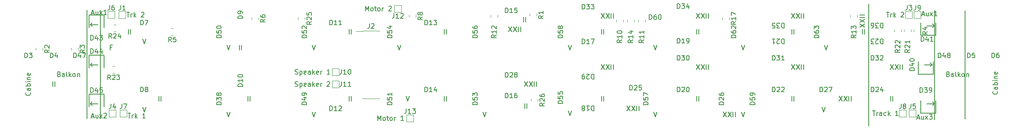
<source format=gbr>
%TF.GenerationSoftware,KiCad,Pcbnew,(6.0.1-0)*%
%TF.CreationDate,2022-02-11T13:50:10+01:00*%
%TF.ProjectId,Blokkendoos_binnenverlichting,426c6f6b-6b65-46e6-946f-6f735f62696e,rev?*%
%TF.SameCoordinates,Original*%
%TF.FileFunction,Legend,Top*%
%TF.FilePolarity,Positive*%
%FSLAX46Y46*%
G04 Gerber Fmt 4.6, Leading zero omitted, Abs format (unit mm)*
G04 Created by KiCad (PCBNEW (6.0.1-0)) date 2022-02-11 13:50:10*
%MOMM*%
%LPD*%
G01*
G04 APERTURE LIST*
%ADD10C,0.150000*%
%ADD11C,0.120000*%
G04 APERTURE END LIST*
D10*
X66802000Y-115570000D02*
X66802000Y-138176000D01*
X64008000Y-115570000D02*
X64008000Y-138176000D01*
X246888000Y-115697000D02*
X246888000Y-138303000D01*
X240538000Y-115570000D02*
X240538000Y-124968000D01*
X226822000Y-114300000D02*
X226822000Y-139700000D01*
X240538000Y-138430000D02*
X240538000Y-115570000D01*
X110918666Y-122896380D02*
X111252000Y-123896380D01*
X111585333Y-122896380D01*
X253595142Y-132524285D02*
X253642761Y-132571904D01*
X253690380Y-132714761D01*
X253690380Y-132810000D01*
X253642761Y-132952857D01*
X253547523Y-133048095D01*
X253452285Y-133095714D01*
X253261809Y-133143333D01*
X253118952Y-133143333D01*
X252928476Y-133095714D01*
X252833238Y-133048095D01*
X252738000Y-132952857D01*
X252690380Y-132810000D01*
X252690380Y-132714761D01*
X252738000Y-132571904D01*
X252785619Y-132524285D01*
X253690380Y-131667142D02*
X253166571Y-131667142D01*
X253071333Y-131714761D01*
X253023714Y-131810000D01*
X253023714Y-132000476D01*
X253071333Y-132095714D01*
X253642761Y-131667142D02*
X253690380Y-131762380D01*
X253690380Y-132000476D01*
X253642761Y-132095714D01*
X253547523Y-132143333D01*
X253452285Y-132143333D01*
X253357047Y-132095714D01*
X253309428Y-132000476D01*
X253309428Y-131762380D01*
X253261809Y-131667142D01*
X253690380Y-131190952D02*
X252690380Y-131190952D01*
X253071333Y-131190952D02*
X253023714Y-131095714D01*
X253023714Y-130905238D01*
X253071333Y-130810000D01*
X253118952Y-130762380D01*
X253214190Y-130714761D01*
X253499904Y-130714761D01*
X253595142Y-130762380D01*
X253642761Y-130810000D01*
X253690380Y-130905238D01*
X253690380Y-131095714D01*
X253642761Y-131190952D01*
X253690380Y-130286190D02*
X253023714Y-130286190D01*
X252690380Y-130286190D02*
X252738000Y-130333809D01*
X252785619Y-130286190D01*
X252738000Y-130238571D01*
X252690380Y-130286190D01*
X252785619Y-130286190D01*
X253023714Y-129810000D02*
X253690380Y-129810000D01*
X253118952Y-129810000D02*
X253071333Y-129762380D01*
X253023714Y-129667142D01*
X253023714Y-129524285D01*
X253071333Y-129429047D01*
X253166571Y-129381428D01*
X253690380Y-129381428D01*
X253642761Y-128524285D02*
X253690380Y-128619523D01*
X253690380Y-128810000D01*
X253642761Y-128905238D01*
X253547523Y-128952857D01*
X253166571Y-128952857D01*
X253071333Y-128905238D01*
X253023714Y-128810000D01*
X253023714Y-128619523D01*
X253071333Y-128524285D01*
X253166571Y-128476666D01*
X253261809Y-128476666D01*
X253357047Y-128952857D01*
X225004380Y-119139642D02*
X226004380Y-118472976D01*
X225004380Y-118472976D02*
X226004380Y-119139642D01*
X225004380Y-118187261D02*
X226004380Y-117520595D01*
X225004380Y-117520595D02*
X226004380Y-118187261D01*
X226004380Y-117139642D02*
X225004380Y-117139642D01*
X226004380Y-116663452D02*
X225004380Y-116663452D01*
X176516357Y-135596380D02*
X177183023Y-136596380D01*
X177183023Y-135596380D02*
X176516357Y-136596380D01*
X177468738Y-135596380D02*
X178135404Y-136596380D01*
X178135404Y-135596380D02*
X177468738Y-136596380D01*
X178516357Y-136596380D02*
X178516357Y-135596380D01*
X178992547Y-136596380D02*
X178992547Y-135596380D01*
X72310857Y-116038380D02*
X72882285Y-116038380D01*
X72596571Y-117038380D02*
X72596571Y-116038380D01*
X73215619Y-117038380D02*
X73215619Y-116371714D01*
X73215619Y-116562190D02*
X73263238Y-116466952D01*
X73310857Y-116419333D01*
X73406095Y-116371714D01*
X73501333Y-116371714D01*
X73834666Y-117038380D02*
X73834666Y-116038380D01*
X73929904Y-116657428D02*
X74215619Y-117038380D01*
X74215619Y-116371714D02*
X73834666Y-116752666D01*
X75358476Y-116133619D02*
X75406095Y-116086000D01*
X75501333Y-116038380D01*
X75739428Y-116038380D01*
X75834666Y-116086000D01*
X75882285Y-116133619D01*
X75929904Y-116228857D01*
X75929904Y-116324095D01*
X75882285Y-116466952D01*
X75310857Y-117038380D01*
X75929904Y-117038380D01*
X182038666Y-136866380D02*
X182372000Y-137866380D01*
X182705333Y-136866380D01*
X191023904Y-134564380D02*
X191023904Y-133564380D01*
X191500095Y-134564380D02*
X191500095Y-133564380D01*
X220712357Y-133564380D02*
X221379023Y-134564380D01*
X221379023Y-133564380D02*
X220712357Y-134564380D01*
X221664738Y-133564380D02*
X222331404Y-134564380D01*
X222331404Y-133564380D02*
X221664738Y-134564380D01*
X222712357Y-134564380D02*
X222712357Y-133564380D01*
X223188547Y-134564380D02*
X223188547Y-133564380D01*
X118633904Y-134564380D02*
X118633904Y-133564380D01*
X119110095Y-134564380D02*
X119110095Y-133564380D01*
X164258666Y-122896380D02*
X164592000Y-123896380D01*
X164925333Y-122896380D01*
X118633904Y-120594380D02*
X118633904Y-119594380D01*
X119110095Y-120594380D02*
X119110095Y-119594380D01*
X75612666Y-135850380D02*
X75946000Y-136850380D01*
X76279333Y-135850380D01*
X75612666Y-121626380D02*
X75946000Y-122626380D01*
X76279333Y-121626380D01*
X110918666Y-136866380D02*
X111252000Y-137866380D01*
X111585333Y-136866380D01*
X171182357Y-126960380D02*
X171849023Y-127960380D01*
X171849023Y-126960380D02*
X171182357Y-127960380D01*
X172134738Y-126960380D02*
X172801404Y-127960380D01*
X172801404Y-126960380D02*
X172134738Y-127960380D01*
X173182357Y-127960380D02*
X173182357Y-126960380D01*
X173658547Y-127960380D02*
X173658547Y-126960380D01*
X56911904Y-131516380D02*
X56911904Y-130516380D01*
X57388095Y-131516380D02*
X57388095Y-130516380D01*
X124563523Y-138628380D02*
X124563523Y-137628380D01*
X124896857Y-138342666D01*
X125230190Y-137628380D01*
X125230190Y-138628380D01*
X125849238Y-138628380D02*
X125754000Y-138580761D01*
X125706380Y-138533142D01*
X125658761Y-138437904D01*
X125658761Y-138152190D01*
X125706380Y-138056952D01*
X125754000Y-138009333D01*
X125849238Y-137961714D01*
X125992095Y-137961714D01*
X126087333Y-138009333D01*
X126134952Y-138056952D01*
X126182571Y-138152190D01*
X126182571Y-138437904D01*
X126134952Y-138533142D01*
X126087333Y-138580761D01*
X125992095Y-138628380D01*
X125849238Y-138628380D01*
X126468285Y-137961714D02*
X126849238Y-137961714D01*
X126611142Y-137628380D02*
X126611142Y-138485523D01*
X126658761Y-138580761D01*
X126754000Y-138628380D01*
X126849238Y-138628380D01*
X127325428Y-138628380D02*
X127230190Y-138580761D01*
X127182571Y-138533142D01*
X127134952Y-138437904D01*
X127134952Y-138152190D01*
X127182571Y-138056952D01*
X127230190Y-138009333D01*
X127325428Y-137961714D01*
X127468285Y-137961714D01*
X127563523Y-138009333D01*
X127611142Y-138056952D01*
X127658761Y-138152190D01*
X127658761Y-138437904D01*
X127611142Y-138533142D01*
X127563523Y-138580761D01*
X127468285Y-138628380D01*
X127325428Y-138628380D01*
X128087333Y-138628380D02*
X128087333Y-137961714D01*
X128087333Y-138152190D02*
X128134952Y-138056952D01*
X128182571Y-138009333D01*
X128277809Y-137961714D01*
X128373047Y-137961714D01*
X129992095Y-138628380D02*
X129420666Y-138628380D01*
X129706380Y-138628380D02*
X129706380Y-137628380D01*
X129611142Y-137771238D01*
X129515904Y-137866476D01*
X129420666Y-137914095D01*
X151878357Y-119086380D02*
X152545023Y-120086380D01*
X152545023Y-119086380D02*
X151878357Y-120086380D01*
X152830738Y-119086380D02*
X153497404Y-120086380D01*
X153497404Y-119086380D02*
X152830738Y-120086380D01*
X153878357Y-120086380D02*
X153878357Y-119086380D01*
X154354547Y-120086380D02*
X154354547Y-119086380D01*
X200326666Y-122896380D02*
X200660000Y-123896380D01*
X200993333Y-122896380D01*
X171211904Y-120594380D02*
X171211904Y-119594380D01*
X171688095Y-120594380D02*
X171688095Y-119594380D01*
X217598666Y-122896380D02*
X217932000Y-123896380D01*
X218265333Y-122896380D01*
X171211904Y-134564380D02*
X171211904Y-133564380D01*
X171688095Y-134564380D02*
X171688095Y-133564380D01*
X95773904Y-123896380D02*
X95773904Y-122896380D01*
X96250095Y-123896380D02*
X96250095Y-122896380D01*
X79009904Y-134564380D02*
X79009904Y-133564380D01*
X79486095Y-134564380D02*
X79486095Y-133564380D01*
X210835904Y-120594380D02*
X210835904Y-119594380D01*
X211312095Y-120594380D02*
X211312095Y-119594380D01*
X58245619Y-128960571D02*
X58388476Y-129008190D01*
X58436095Y-129055809D01*
X58483714Y-129151047D01*
X58483714Y-129293904D01*
X58436095Y-129389142D01*
X58388476Y-129436761D01*
X58293238Y-129484380D01*
X57912285Y-129484380D01*
X57912285Y-128484380D01*
X58245619Y-128484380D01*
X58340857Y-128532000D01*
X58388476Y-128579619D01*
X58436095Y-128674857D01*
X58436095Y-128770095D01*
X58388476Y-128865333D01*
X58340857Y-128912952D01*
X58245619Y-128960571D01*
X57912285Y-128960571D01*
X59340857Y-129484380D02*
X59340857Y-128960571D01*
X59293238Y-128865333D01*
X59198000Y-128817714D01*
X59007523Y-128817714D01*
X58912285Y-128865333D01*
X59340857Y-129436761D02*
X59245619Y-129484380D01*
X59007523Y-129484380D01*
X58912285Y-129436761D01*
X58864666Y-129341523D01*
X58864666Y-129246285D01*
X58912285Y-129151047D01*
X59007523Y-129103428D01*
X59245619Y-129103428D01*
X59340857Y-129055809D01*
X59959904Y-129484380D02*
X59864666Y-129436761D01*
X59817047Y-129341523D01*
X59817047Y-128484380D01*
X60340857Y-129484380D02*
X60340857Y-128484380D01*
X60436095Y-129103428D02*
X60721809Y-129484380D01*
X60721809Y-128817714D02*
X60340857Y-129198666D01*
X61293238Y-129484380D02*
X61198000Y-129436761D01*
X61150380Y-129389142D01*
X61102761Y-129293904D01*
X61102761Y-129008190D01*
X61150380Y-128912952D01*
X61198000Y-128865333D01*
X61293238Y-128817714D01*
X61436095Y-128817714D01*
X61531333Y-128865333D01*
X61578952Y-128912952D01*
X61626571Y-129008190D01*
X61626571Y-129293904D01*
X61578952Y-129389142D01*
X61531333Y-129436761D01*
X61436095Y-129484380D01*
X61293238Y-129484380D01*
X62055142Y-128817714D02*
X62055142Y-129484380D01*
X62055142Y-128912952D02*
X62102761Y-128865333D01*
X62198000Y-128817714D01*
X62340857Y-128817714D01*
X62436095Y-128865333D01*
X62483714Y-128960571D01*
X62483714Y-129484380D01*
X217090666Y-135850380D02*
X217424000Y-136850380D01*
X217757333Y-135850380D01*
X130476666Y-133564380D02*
X130810000Y-134564380D01*
X131143333Y-133564380D01*
X72564857Y-137120380D02*
X73136285Y-137120380D01*
X72850571Y-138120380D02*
X72850571Y-137120380D01*
X73469619Y-138120380D02*
X73469619Y-137453714D01*
X73469619Y-137644190D02*
X73517238Y-137548952D01*
X73564857Y-137501333D01*
X73660095Y-137453714D01*
X73755333Y-137453714D01*
X74088666Y-138120380D02*
X74088666Y-137120380D01*
X74183904Y-137739428D02*
X74469619Y-138120380D01*
X74469619Y-137453714D02*
X74088666Y-137834666D01*
X76183904Y-138120380D02*
X75612476Y-138120380D01*
X75898190Y-138120380D02*
X75898190Y-137120380D01*
X75802952Y-137263238D01*
X75707714Y-137358476D01*
X75612476Y-137406095D01*
X210806357Y-116292380D02*
X211473023Y-117292380D01*
X211473023Y-116292380D02*
X210806357Y-117292380D01*
X211758738Y-116292380D02*
X212425404Y-117292380D01*
X212425404Y-116292380D02*
X211758738Y-117292380D01*
X212806357Y-117292380D02*
X212806357Y-116292380D01*
X213282547Y-117292380D02*
X213282547Y-116292380D01*
X164258666Y-136612380D02*
X164592000Y-137612380D01*
X164925333Y-136612380D01*
X64976571Y-116244666D02*
X65452761Y-116244666D01*
X64881333Y-116530380D02*
X65214666Y-115530380D01*
X65548000Y-116530380D01*
X66309904Y-115863714D02*
X66309904Y-116530380D01*
X65881333Y-115863714D02*
X65881333Y-116387523D01*
X65928952Y-116482761D01*
X66024190Y-116530380D01*
X66167047Y-116530380D01*
X66262285Y-116482761D01*
X66309904Y-116435142D01*
X66690857Y-116530380D02*
X67214666Y-115863714D01*
X66690857Y-115863714D02*
X67214666Y-116530380D01*
X68119428Y-116530380D02*
X67548000Y-116530380D01*
X67833714Y-116530380D02*
X67833714Y-115530380D01*
X67738476Y-115673238D01*
X67643238Y-115768476D01*
X67548000Y-115816095D01*
X200326666Y-136866380D02*
X200660000Y-137866380D01*
X200993333Y-136866380D01*
X69230857Y-123372571D02*
X68897523Y-123372571D01*
X68897523Y-123896380D02*
X68897523Y-122896380D01*
X69373714Y-122896380D01*
X128698666Y-122896380D02*
X129032000Y-123896380D01*
X129365333Y-122896380D01*
X107378952Y-128928761D02*
X107521809Y-128976380D01*
X107759904Y-128976380D01*
X107855142Y-128928761D01*
X107902761Y-128881142D01*
X107950380Y-128785904D01*
X107950380Y-128690666D01*
X107902761Y-128595428D01*
X107855142Y-128547809D01*
X107759904Y-128500190D01*
X107569428Y-128452571D01*
X107474190Y-128404952D01*
X107426571Y-128357333D01*
X107378952Y-128262095D01*
X107378952Y-128166857D01*
X107426571Y-128071619D01*
X107474190Y-128024000D01*
X107569428Y-127976380D01*
X107807523Y-127976380D01*
X107950380Y-128024000D01*
X108378952Y-128309714D02*
X108378952Y-129309714D01*
X108378952Y-128357333D02*
X108474190Y-128309714D01*
X108664666Y-128309714D01*
X108759904Y-128357333D01*
X108807523Y-128404952D01*
X108855142Y-128500190D01*
X108855142Y-128785904D01*
X108807523Y-128881142D01*
X108759904Y-128928761D01*
X108664666Y-128976380D01*
X108474190Y-128976380D01*
X108378952Y-128928761D01*
X109664666Y-128928761D02*
X109569428Y-128976380D01*
X109378952Y-128976380D01*
X109283714Y-128928761D01*
X109236095Y-128833523D01*
X109236095Y-128452571D01*
X109283714Y-128357333D01*
X109378952Y-128309714D01*
X109569428Y-128309714D01*
X109664666Y-128357333D01*
X109712285Y-128452571D01*
X109712285Y-128547809D01*
X109236095Y-128643047D01*
X110569428Y-128976380D02*
X110569428Y-128452571D01*
X110521809Y-128357333D01*
X110426571Y-128309714D01*
X110236095Y-128309714D01*
X110140857Y-128357333D01*
X110569428Y-128928761D02*
X110474190Y-128976380D01*
X110236095Y-128976380D01*
X110140857Y-128928761D01*
X110093238Y-128833523D01*
X110093238Y-128738285D01*
X110140857Y-128643047D01*
X110236095Y-128595428D01*
X110474190Y-128595428D01*
X110569428Y-128547809D01*
X111045619Y-128976380D02*
X111045619Y-127976380D01*
X111140857Y-128595428D02*
X111426571Y-128976380D01*
X111426571Y-128309714D02*
X111045619Y-128690666D01*
X112236095Y-128928761D02*
X112140857Y-128976380D01*
X111950380Y-128976380D01*
X111855142Y-128928761D01*
X111807523Y-128833523D01*
X111807523Y-128452571D01*
X111855142Y-128357333D01*
X111950380Y-128309714D01*
X112140857Y-128309714D01*
X112236095Y-128357333D01*
X112283714Y-128452571D01*
X112283714Y-128547809D01*
X111807523Y-128643047D01*
X112712285Y-128976380D02*
X112712285Y-128309714D01*
X112712285Y-128500190D02*
X112759904Y-128404952D01*
X112807523Y-128357333D01*
X112902761Y-128309714D01*
X112998000Y-128309714D01*
X114617047Y-128976380D02*
X114045619Y-128976380D01*
X114331333Y-128976380D02*
X114331333Y-127976380D01*
X114236095Y-128119238D01*
X114140857Y-128214476D01*
X114045619Y-128262095D01*
X146478666Y-136866380D02*
X146812000Y-137866380D01*
X147145333Y-136866380D01*
X236934571Y-138088666D02*
X237410761Y-138088666D01*
X236839333Y-138374380D02*
X237172666Y-137374380D01*
X237506000Y-138374380D01*
X238267904Y-137707714D02*
X238267904Y-138374380D01*
X237839333Y-137707714D02*
X237839333Y-138231523D01*
X237886952Y-138326761D01*
X237982190Y-138374380D01*
X238125047Y-138374380D01*
X238220285Y-138326761D01*
X238267904Y-138279142D01*
X238648857Y-138374380D02*
X239172666Y-137707714D01*
X238648857Y-137707714D02*
X239172666Y-138374380D01*
X239458380Y-137374380D02*
X240077428Y-137374380D01*
X239744095Y-137755333D01*
X239886952Y-137755333D01*
X239982190Y-137802952D01*
X240029809Y-137850571D01*
X240077428Y-137945809D01*
X240077428Y-138183904D01*
X240029809Y-138279142D01*
X239982190Y-138326761D01*
X239886952Y-138374380D01*
X239601238Y-138374380D01*
X239506000Y-138326761D01*
X239458380Y-138279142D01*
X231380357Y-126960380D02*
X232047023Y-127960380D01*
X232047023Y-126960380D02*
X231380357Y-127960380D01*
X232332738Y-126960380D02*
X232999404Y-127960380D01*
X232999404Y-126960380D02*
X232332738Y-127960380D01*
X233380357Y-127960380D02*
X233380357Y-126960380D01*
X233856547Y-127960380D02*
X233856547Y-126960380D01*
X138445904Y-120594380D02*
X138445904Y-119594380D01*
X138922095Y-120594380D02*
X138922095Y-119594380D01*
X171182357Y-116292380D02*
X171849023Y-117292380D01*
X171849023Y-116292380D02*
X171182357Y-117292380D01*
X172134738Y-116292380D02*
X172801404Y-117292380D01*
X172801404Y-116292380D02*
X172134738Y-117292380D01*
X173182357Y-117292380D02*
X173182357Y-116292380D01*
X173658547Y-117292380D02*
X173658547Y-116292380D01*
X227639904Y-136612380D02*
X228211333Y-136612380D01*
X227925619Y-137612380D02*
X227925619Y-136612380D01*
X228544666Y-137612380D02*
X228544666Y-136945714D01*
X228544666Y-137136190D02*
X228592285Y-137040952D01*
X228639904Y-136993333D01*
X228735142Y-136945714D01*
X228830380Y-136945714D01*
X229592285Y-137612380D02*
X229592285Y-137088571D01*
X229544666Y-136993333D01*
X229449428Y-136945714D01*
X229258952Y-136945714D01*
X229163714Y-136993333D01*
X229592285Y-137564761D02*
X229497047Y-137612380D01*
X229258952Y-137612380D01*
X229163714Y-137564761D01*
X229116095Y-137469523D01*
X229116095Y-137374285D01*
X229163714Y-137279047D01*
X229258952Y-137231428D01*
X229497047Y-137231428D01*
X229592285Y-137183809D01*
X230497047Y-137564761D02*
X230401809Y-137612380D01*
X230211333Y-137612380D01*
X230116095Y-137564761D01*
X230068476Y-137517142D01*
X230020857Y-137421904D01*
X230020857Y-137136190D01*
X230068476Y-137040952D01*
X230116095Y-136993333D01*
X230211333Y-136945714D01*
X230401809Y-136945714D01*
X230497047Y-136993333D01*
X230925619Y-137612380D02*
X230925619Y-136612380D01*
X231020857Y-137231428D02*
X231306571Y-137612380D01*
X231306571Y-136945714D02*
X230925619Y-137326666D01*
X233020857Y-137612380D02*
X232449428Y-137612380D01*
X232735142Y-137612380D02*
X232735142Y-136612380D01*
X232639904Y-136755238D01*
X232544666Y-136850476D01*
X232449428Y-136898095D01*
X190994357Y-126960380D02*
X191661023Y-127960380D01*
X191661023Y-126960380D02*
X190994357Y-127960380D01*
X191946738Y-126960380D02*
X192613404Y-127960380D01*
X192613404Y-126960380D02*
X191946738Y-127960380D01*
X192994357Y-127960380D02*
X192994357Y-126960380D01*
X193470547Y-127960380D02*
X193470547Y-126960380D01*
X97551904Y-134564380D02*
X97551904Y-133564380D01*
X98028095Y-134564380D02*
X98028095Y-133564380D01*
X93138666Y-136866380D02*
X93472000Y-137866380D01*
X93805333Y-136866380D01*
X196582357Y-136866380D02*
X197249023Y-137866380D01*
X197249023Y-136866380D02*
X196582357Y-137866380D01*
X197534738Y-136866380D02*
X198201404Y-137866380D01*
X198201404Y-136866380D02*
X197534738Y-137866380D01*
X198582357Y-137866380D02*
X198582357Y-136866380D01*
X199058547Y-137866380D02*
X199058547Y-136866380D01*
X225567904Y-120594380D02*
X225567904Y-119594380D01*
X226044095Y-120594380D02*
X226044095Y-119594380D01*
X155180357Y-130516380D02*
X155847023Y-131516380D01*
X155847023Y-130516380D02*
X155180357Y-131516380D01*
X156132738Y-130516380D02*
X156799404Y-131516380D01*
X156799404Y-130516380D02*
X156132738Y-131516380D01*
X157180357Y-131516380D02*
X157180357Y-130516380D01*
X157656547Y-131516380D02*
X157656547Y-130516380D01*
X231409904Y-134564380D02*
X231409904Y-133564380D01*
X231886095Y-134564380D02*
X231886095Y-133564380D01*
X64976571Y-137834666D02*
X65452761Y-137834666D01*
X64881333Y-138120380D02*
X65214666Y-137120380D01*
X65548000Y-138120380D01*
X66309904Y-137453714D02*
X66309904Y-138120380D01*
X65881333Y-137453714D02*
X65881333Y-137977523D01*
X65928952Y-138072761D01*
X66024190Y-138120380D01*
X66167047Y-138120380D01*
X66262285Y-138072761D01*
X66309904Y-138025142D01*
X66690857Y-138120380D02*
X67214666Y-137453714D01*
X66690857Y-137453714D02*
X67214666Y-138120380D01*
X67548000Y-137215619D02*
X67595619Y-137168000D01*
X67690857Y-137120380D01*
X67928952Y-137120380D01*
X68024190Y-137168000D01*
X68071809Y-137215619D01*
X68119428Y-137310857D01*
X68119428Y-137406095D01*
X68071809Y-137548952D01*
X67500380Y-138120380D01*
X68119428Y-138120380D01*
X191023904Y-120594380D02*
X191023904Y-119594380D01*
X191500095Y-120594380D02*
X191500095Y-119594380D01*
X210806357Y-126960380D02*
X211473023Y-127960380D01*
X211473023Y-126960380D02*
X210806357Y-127960380D01*
X211758738Y-126960380D02*
X212425404Y-127960380D01*
X212425404Y-126960380D02*
X211758738Y-127960380D01*
X212806357Y-127960380D02*
X212806357Y-126960380D01*
X213282547Y-127960380D02*
X213282547Y-126960380D01*
X155209904Y-136088380D02*
X155209904Y-135088380D01*
X155686095Y-136088380D02*
X155686095Y-135088380D01*
X107378952Y-131468761D02*
X107521809Y-131516380D01*
X107759904Y-131516380D01*
X107855142Y-131468761D01*
X107902761Y-131421142D01*
X107950380Y-131325904D01*
X107950380Y-131230666D01*
X107902761Y-131135428D01*
X107855142Y-131087809D01*
X107759904Y-131040190D01*
X107569428Y-130992571D01*
X107474190Y-130944952D01*
X107426571Y-130897333D01*
X107378952Y-130802095D01*
X107378952Y-130706857D01*
X107426571Y-130611619D01*
X107474190Y-130564000D01*
X107569428Y-130516380D01*
X107807523Y-130516380D01*
X107950380Y-130564000D01*
X108378952Y-130849714D02*
X108378952Y-131849714D01*
X108378952Y-130897333D02*
X108474190Y-130849714D01*
X108664666Y-130849714D01*
X108759904Y-130897333D01*
X108807523Y-130944952D01*
X108855142Y-131040190D01*
X108855142Y-131325904D01*
X108807523Y-131421142D01*
X108759904Y-131468761D01*
X108664666Y-131516380D01*
X108474190Y-131516380D01*
X108378952Y-131468761D01*
X109664666Y-131468761D02*
X109569428Y-131516380D01*
X109378952Y-131516380D01*
X109283714Y-131468761D01*
X109236095Y-131373523D01*
X109236095Y-130992571D01*
X109283714Y-130897333D01*
X109378952Y-130849714D01*
X109569428Y-130849714D01*
X109664666Y-130897333D01*
X109712285Y-130992571D01*
X109712285Y-131087809D01*
X109236095Y-131183047D01*
X110569428Y-131516380D02*
X110569428Y-130992571D01*
X110521809Y-130897333D01*
X110426571Y-130849714D01*
X110236095Y-130849714D01*
X110140857Y-130897333D01*
X110569428Y-131468761D02*
X110474190Y-131516380D01*
X110236095Y-131516380D01*
X110140857Y-131468761D01*
X110093238Y-131373523D01*
X110093238Y-131278285D01*
X110140857Y-131183047D01*
X110236095Y-131135428D01*
X110474190Y-131135428D01*
X110569428Y-131087809D01*
X111045619Y-131516380D02*
X111045619Y-130516380D01*
X111140857Y-131135428D02*
X111426571Y-131516380D01*
X111426571Y-130849714D02*
X111045619Y-131230666D01*
X112236095Y-131468761D02*
X112140857Y-131516380D01*
X111950380Y-131516380D01*
X111855142Y-131468761D01*
X111807523Y-131373523D01*
X111807523Y-130992571D01*
X111855142Y-130897333D01*
X111950380Y-130849714D01*
X112140857Y-130849714D01*
X112236095Y-130897333D01*
X112283714Y-130992571D01*
X112283714Y-131087809D01*
X111807523Y-131183047D01*
X112712285Y-131516380D02*
X112712285Y-130849714D01*
X112712285Y-131040190D02*
X112759904Y-130944952D01*
X112807523Y-130897333D01*
X112902761Y-130849714D01*
X112998000Y-130849714D01*
X114045619Y-130611619D02*
X114093238Y-130564000D01*
X114188476Y-130516380D01*
X114426571Y-130516380D01*
X114521809Y-130564000D01*
X114569428Y-130611619D01*
X114617047Y-130706857D01*
X114617047Y-130802095D01*
X114569428Y-130944952D01*
X113998000Y-131516380D01*
X114617047Y-131516380D01*
X237950571Y-116498666D02*
X238426761Y-116498666D01*
X237855333Y-116784380D02*
X238188666Y-115784380D01*
X238522000Y-116784380D01*
X239283904Y-116117714D02*
X239283904Y-116784380D01*
X238855333Y-116117714D02*
X238855333Y-116641523D01*
X238902952Y-116736761D01*
X238998190Y-116784380D01*
X239141047Y-116784380D01*
X239236285Y-116736761D01*
X239283904Y-116689142D01*
X239664857Y-116784380D02*
X240188666Y-116117714D01*
X239664857Y-116117714D02*
X240188666Y-116784380D01*
X241093428Y-116784380D02*
X240522000Y-116784380D01*
X240807714Y-116784380D02*
X240807714Y-115784380D01*
X240712476Y-115927238D01*
X240617238Y-116022476D01*
X240522000Y-116070095D01*
X93138666Y-122896380D02*
X93472000Y-123896380D01*
X93805333Y-122896380D01*
X122023523Y-115768380D02*
X122023523Y-114768380D01*
X122356857Y-115482666D01*
X122690190Y-114768380D01*
X122690190Y-115768380D01*
X123309238Y-115768380D02*
X123214000Y-115720761D01*
X123166380Y-115673142D01*
X123118761Y-115577904D01*
X123118761Y-115292190D01*
X123166380Y-115196952D01*
X123214000Y-115149333D01*
X123309238Y-115101714D01*
X123452095Y-115101714D01*
X123547333Y-115149333D01*
X123594952Y-115196952D01*
X123642571Y-115292190D01*
X123642571Y-115577904D01*
X123594952Y-115673142D01*
X123547333Y-115720761D01*
X123452095Y-115768380D01*
X123309238Y-115768380D01*
X123928285Y-115101714D02*
X124309238Y-115101714D01*
X124071142Y-114768380D02*
X124071142Y-115625523D01*
X124118761Y-115720761D01*
X124214000Y-115768380D01*
X124309238Y-115768380D01*
X124785428Y-115768380D02*
X124690190Y-115720761D01*
X124642571Y-115673142D01*
X124594952Y-115577904D01*
X124594952Y-115292190D01*
X124642571Y-115196952D01*
X124690190Y-115149333D01*
X124785428Y-115101714D01*
X124928285Y-115101714D01*
X125023523Y-115149333D01*
X125071142Y-115196952D01*
X125118761Y-115292190D01*
X125118761Y-115577904D01*
X125071142Y-115673142D01*
X125023523Y-115720761D01*
X124928285Y-115768380D01*
X124785428Y-115768380D01*
X125547333Y-115768380D02*
X125547333Y-115101714D01*
X125547333Y-115292190D02*
X125594952Y-115196952D01*
X125642571Y-115149333D01*
X125737809Y-115101714D01*
X125833047Y-115101714D01*
X126880666Y-114863619D02*
X126928285Y-114816000D01*
X127023523Y-114768380D01*
X127261619Y-114768380D01*
X127356857Y-114816000D01*
X127404476Y-114863619D01*
X127452095Y-114958857D01*
X127452095Y-115054095D01*
X127404476Y-115196952D01*
X126833047Y-115768380D01*
X127452095Y-115768380D01*
X52173142Y-132778285D02*
X52220761Y-132825904D01*
X52268380Y-132968761D01*
X52268380Y-133064000D01*
X52220761Y-133206857D01*
X52125523Y-133302095D01*
X52030285Y-133349714D01*
X51839809Y-133397333D01*
X51696952Y-133397333D01*
X51506476Y-133349714D01*
X51411238Y-133302095D01*
X51316000Y-133206857D01*
X51268380Y-133064000D01*
X51268380Y-132968761D01*
X51316000Y-132825904D01*
X51363619Y-132778285D01*
X52268380Y-131921142D02*
X51744571Y-131921142D01*
X51649333Y-131968761D01*
X51601714Y-132064000D01*
X51601714Y-132254476D01*
X51649333Y-132349714D01*
X52220761Y-131921142D02*
X52268380Y-132016380D01*
X52268380Y-132254476D01*
X52220761Y-132349714D01*
X52125523Y-132397333D01*
X52030285Y-132397333D01*
X51935047Y-132349714D01*
X51887428Y-132254476D01*
X51887428Y-132016380D01*
X51839809Y-131921142D01*
X52268380Y-131444952D02*
X51268380Y-131444952D01*
X51649333Y-131444952D02*
X51601714Y-131349714D01*
X51601714Y-131159238D01*
X51649333Y-131064000D01*
X51696952Y-131016380D01*
X51792190Y-130968761D01*
X52077904Y-130968761D01*
X52173142Y-131016380D01*
X52220761Y-131064000D01*
X52268380Y-131159238D01*
X52268380Y-131349714D01*
X52220761Y-131444952D01*
X52268380Y-130540190D02*
X51601714Y-130540190D01*
X51268380Y-130540190D02*
X51316000Y-130587809D01*
X51363619Y-130540190D01*
X51316000Y-130492571D01*
X51268380Y-130540190D01*
X51363619Y-130540190D01*
X51601714Y-130064000D02*
X52268380Y-130064000D01*
X51696952Y-130064000D02*
X51649333Y-130016380D01*
X51601714Y-129921142D01*
X51601714Y-129778285D01*
X51649333Y-129683047D01*
X51744571Y-129635428D01*
X52268380Y-129635428D01*
X52220761Y-128778285D02*
X52268380Y-128873523D01*
X52268380Y-129064000D01*
X52220761Y-129159238D01*
X52125523Y-129206857D01*
X51744571Y-129206857D01*
X51649333Y-129159238D01*
X51601714Y-129064000D01*
X51601714Y-128873523D01*
X51649333Y-128778285D01*
X51744571Y-128730666D01*
X51839809Y-128730666D01*
X51935047Y-129206857D01*
X138445904Y-134564380D02*
X138445904Y-133564380D01*
X138922095Y-134564380D02*
X138922095Y-133564380D01*
X190994357Y-116292380D02*
X191661023Y-117292380D01*
X191661023Y-116292380D02*
X190994357Y-117292380D01*
X191946738Y-116292380D02*
X192613404Y-117292380D01*
X192613404Y-116292380D02*
X191946738Y-117292380D01*
X192994357Y-117292380D02*
X192994357Y-116292380D01*
X193470547Y-117292380D02*
X193470547Y-116292380D01*
X243411619Y-128960571D02*
X243554476Y-129008190D01*
X243602095Y-129055809D01*
X243649714Y-129151047D01*
X243649714Y-129293904D01*
X243602095Y-129389142D01*
X243554476Y-129436761D01*
X243459238Y-129484380D01*
X243078285Y-129484380D01*
X243078285Y-128484380D01*
X243411619Y-128484380D01*
X243506857Y-128532000D01*
X243554476Y-128579619D01*
X243602095Y-128674857D01*
X243602095Y-128770095D01*
X243554476Y-128865333D01*
X243506857Y-128912952D01*
X243411619Y-128960571D01*
X243078285Y-128960571D01*
X244506857Y-129484380D02*
X244506857Y-128960571D01*
X244459238Y-128865333D01*
X244364000Y-128817714D01*
X244173523Y-128817714D01*
X244078285Y-128865333D01*
X244506857Y-129436761D02*
X244411619Y-129484380D01*
X244173523Y-129484380D01*
X244078285Y-129436761D01*
X244030666Y-129341523D01*
X244030666Y-129246285D01*
X244078285Y-129151047D01*
X244173523Y-129103428D01*
X244411619Y-129103428D01*
X244506857Y-129055809D01*
X245125904Y-129484380D02*
X245030666Y-129436761D01*
X244983047Y-129341523D01*
X244983047Y-128484380D01*
X245506857Y-129484380D02*
X245506857Y-128484380D01*
X245602095Y-129103428D02*
X245887809Y-129484380D01*
X245887809Y-128817714D02*
X245506857Y-129198666D01*
X246459238Y-129484380D02*
X246364000Y-129436761D01*
X246316380Y-129389142D01*
X246268761Y-129293904D01*
X246268761Y-129008190D01*
X246316380Y-128912952D01*
X246364000Y-128865333D01*
X246459238Y-128817714D01*
X246602095Y-128817714D01*
X246697333Y-128865333D01*
X246744952Y-128912952D01*
X246792571Y-129008190D01*
X246792571Y-129293904D01*
X246744952Y-129389142D01*
X246697333Y-129436761D01*
X246602095Y-129484380D01*
X246459238Y-129484380D01*
X247221142Y-128817714D02*
X247221142Y-129484380D01*
X247221142Y-128912952D02*
X247268761Y-128865333D01*
X247364000Y-128817714D01*
X247506857Y-128817714D01*
X247602095Y-128865333D01*
X247649714Y-128960571D01*
X247649714Y-129484380D01*
X230552857Y-116038380D02*
X231124285Y-116038380D01*
X230838571Y-117038380D02*
X230838571Y-116038380D01*
X231457619Y-117038380D02*
X231457619Y-116371714D01*
X231457619Y-116562190D02*
X231505238Y-116466952D01*
X231552857Y-116419333D01*
X231648095Y-116371714D01*
X231743333Y-116371714D01*
X232076666Y-117038380D02*
X232076666Y-116038380D01*
X232171904Y-116657428D02*
X232457619Y-117038380D01*
X232457619Y-116371714D02*
X232076666Y-116752666D01*
X233600476Y-116133619D02*
X233648095Y-116086000D01*
X233743333Y-116038380D01*
X233981428Y-116038380D01*
X234076666Y-116086000D01*
X234124285Y-116133619D01*
X234171904Y-116228857D01*
X234171904Y-116324095D01*
X234124285Y-116466952D01*
X233552857Y-117038380D01*
X234171904Y-117038380D01*
X154955904Y-118054380D02*
X154955904Y-117054380D01*
X155432095Y-118054380D02*
X155432095Y-117054380D01*
X72659904Y-120594380D02*
X72659904Y-119594380D01*
X73136095Y-120594380D02*
X73136095Y-119594380D01*
X210835904Y-134564380D02*
X210835904Y-133564380D01*
X211312095Y-134564380D02*
X211312095Y-133564380D01*
X182038666Y-122896380D02*
X182372000Y-123896380D01*
X182705333Y-122896380D01*
%TO.C,D13*%
X134421714Y-118689380D02*
X134421714Y-117689380D01*
X134659809Y-117689380D01*
X134802666Y-117737000D01*
X134897904Y-117832238D01*
X134945523Y-117927476D01*
X134993142Y-118117952D01*
X134993142Y-118260809D01*
X134945523Y-118451285D01*
X134897904Y-118546523D01*
X134802666Y-118641761D01*
X134659809Y-118689380D01*
X134421714Y-118689380D01*
X135945523Y-118689380D02*
X135374095Y-118689380D01*
X135659809Y-118689380D02*
X135659809Y-117689380D01*
X135564571Y-117832238D01*
X135469333Y-117927476D01*
X135374095Y-117975095D01*
X136278857Y-117689380D02*
X136897904Y-117689380D01*
X136564571Y-118070333D01*
X136707428Y-118070333D01*
X136802666Y-118117952D01*
X136850285Y-118165571D01*
X136897904Y-118260809D01*
X136897904Y-118498904D01*
X136850285Y-118594142D01*
X136802666Y-118641761D01*
X136707428Y-118689380D01*
X136421714Y-118689380D01*
X136326476Y-118641761D01*
X136278857Y-118594142D01*
%TO.C,D19*%
X186999714Y-122499380D02*
X186999714Y-121499380D01*
X187237809Y-121499380D01*
X187380666Y-121547000D01*
X187475904Y-121642238D01*
X187523523Y-121737476D01*
X187571142Y-121927952D01*
X187571142Y-122070809D01*
X187523523Y-122261285D01*
X187475904Y-122356523D01*
X187380666Y-122451761D01*
X187237809Y-122499380D01*
X186999714Y-122499380D01*
X188523523Y-122499380D02*
X187952095Y-122499380D01*
X188237809Y-122499380D02*
X188237809Y-121499380D01*
X188142571Y-121642238D01*
X188047333Y-121737476D01*
X187952095Y-121785095D01*
X188999714Y-122499380D02*
X189190190Y-122499380D01*
X189285428Y-122451761D01*
X189333047Y-122404142D01*
X189428285Y-122261285D01*
X189475904Y-122070809D01*
X189475904Y-121689857D01*
X189428285Y-121594619D01*
X189380666Y-121547000D01*
X189285428Y-121499380D01*
X189094952Y-121499380D01*
X188999714Y-121547000D01*
X188952095Y-121594619D01*
X188904476Y-121689857D01*
X188904476Y-121927952D01*
X188952095Y-122023190D01*
X188999714Y-122070809D01*
X189094952Y-122118428D01*
X189285428Y-122118428D01*
X189380666Y-122070809D01*
X189428285Y-122023190D01*
X189475904Y-121927952D01*
%TO.C,D10*%
X96464380Y-131516285D02*
X95464380Y-131516285D01*
X95464380Y-131278190D01*
X95512000Y-131135333D01*
X95607238Y-131040095D01*
X95702476Y-130992476D01*
X95892952Y-130944857D01*
X96035809Y-130944857D01*
X96226285Y-130992476D01*
X96321523Y-131040095D01*
X96416761Y-131135333D01*
X96464380Y-131278190D01*
X96464380Y-131516285D01*
X96464380Y-129992476D02*
X96464380Y-130563904D01*
X96464380Y-130278190D02*
X95464380Y-130278190D01*
X95607238Y-130373428D01*
X95702476Y-130468666D01*
X95750095Y-130563904D01*
X95464380Y-129373428D02*
X95464380Y-129278190D01*
X95512000Y-129182952D01*
X95559619Y-129135333D01*
X95654857Y-129087714D01*
X95845333Y-129040095D01*
X96083428Y-129040095D01*
X96273904Y-129087714D01*
X96369142Y-129135333D01*
X96416761Y-129182952D01*
X96464380Y-129278190D01*
X96464380Y-129373428D01*
X96416761Y-129468666D01*
X96369142Y-129516285D01*
X96273904Y-129563904D01*
X96083428Y-129611523D01*
X95845333Y-129611523D01*
X95654857Y-129563904D01*
X95559619Y-129516285D01*
X95512000Y-129468666D01*
X95464380Y-129373428D01*
%TO.C,D51*%
X127579380Y-135326285D02*
X126579380Y-135326285D01*
X126579380Y-135088190D01*
X126627000Y-134945333D01*
X126722238Y-134850095D01*
X126817476Y-134802476D01*
X127007952Y-134754857D01*
X127150809Y-134754857D01*
X127341285Y-134802476D01*
X127436523Y-134850095D01*
X127531761Y-134945333D01*
X127579380Y-135088190D01*
X127579380Y-135326285D01*
X126579380Y-133850095D02*
X126579380Y-134326285D01*
X127055571Y-134373904D01*
X127007952Y-134326285D01*
X126960333Y-134231047D01*
X126960333Y-133992952D01*
X127007952Y-133897714D01*
X127055571Y-133850095D01*
X127150809Y-133802476D01*
X127388904Y-133802476D01*
X127484142Y-133850095D01*
X127531761Y-133897714D01*
X127579380Y-133992952D01*
X127579380Y-134231047D01*
X127531761Y-134326285D01*
X127484142Y-134373904D01*
X127579380Y-132850095D02*
X127579380Y-133421523D01*
X127579380Y-133135809D02*
X126579380Y-133135809D01*
X126722238Y-133231047D01*
X126817476Y-133326285D01*
X126865095Y-133421523D01*
%TO.C,D38*%
X92019380Y-135326285D02*
X91019380Y-135326285D01*
X91019380Y-135088190D01*
X91067000Y-134945333D01*
X91162238Y-134850095D01*
X91257476Y-134802476D01*
X91447952Y-134754857D01*
X91590809Y-134754857D01*
X91781285Y-134802476D01*
X91876523Y-134850095D01*
X91971761Y-134945333D01*
X92019380Y-135088190D01*
X92019380Y-135326285D01*
X91019380Y-134421523D02*
X91019380Y-133802476D01*
X91400333Y-134135809D01*
X91400333Y-133992952D01*
X91447952Y-133897714D01*
X91495571Y-133850095D01*
X91590809Y-133802476D01*
X91828904Y-133802476D01*
X91924142Y-133850095D01*
X91971761Y-133897714D01*
X92019380Y-133992952D01*
X92019380Y-134278666D01*
X91971761Y-134373904D01*
X91924142Y-134421523D01*
X91447952Y-133231047D02*
X91400333Y-133326285D01*
X91352714Y-133373904D01*
X91257476Y-133421523D01*
X91209857Y-133421523D01*
X91114619Y-133373904D01*
X91067000Y-133326285D01*
X91019380Y-133231047D01*
X91019380Y-133040571D01*
X91067000Y-132945333D01*
X91114619Y-132897714D01*
X91209857Y-132850095D01*
X91257476Y-132850095D01*
X91352714Y-132897714D01*
X91400333Y-132945333D01*
X91447952Y-133040571D01*
X91447952Y-133231047D01*
X91495571Y-133326285D01*
X91543190Y-133373904D01*
X91638428Y-133421523D01*
X91828904Y-133421523D01*
X91924142Y-133373904D01*
X91971761Y-133326285D01*
X92019380Y-133231047D01*
X92019380Y-133040571D01*
X91971761Y-132945333D01*
X91924142Y-132897714D01*
X91828904Y-132850095D01*
X91638428Y-132850095D01*
X91543190Y-132897714D01*
X91495571Y-132945333D01*
X91447952Y-133040571D01*
%TO.C,D17*%
X167187714Y-122626380D02*
X167187714Y-121626380D01*
X167425809Y-121626380D01*
X167568666Y-121674000D01*
X167663904Y-121769238D01*
X167711523Y-121864476D01*
X167759142Y-122054952D01*
X167759142Y-122197809D01*
X167711523Y-122388285D01*
X167663904Y-122483523D01*
X167568666Y-122578761D01*
X167425809Y-122626380D01*
X167187714Y-122626380D01*
X168711523Y-122626380D02*
X168140095Y-122626380D01*
X168425809Y-122626380D02*
X168425809Y-121626380D01*
X168330571Y-121769238D01*
X168235333Y-121864476D01*
X168140095Y-121912095D01*
X169044857Y-121626380D02*
X169711523Y-121626380D01*
X169282952Y-122626380D01*
%TO.C,D32*%
X227385714Y-126055380D02*
X227385714Y-125055380D01*
X227623809Y-125055380D01*
X227766666Y-125103000D01*
X227861904Y-125198238D01*
X227909523Y-125293476D01*
X227957142Y-125483952D01*
X227957142Y-125626809D01*
X227909523Y-125817285D01*
X227861904Y-125912523D01*
X227766666Y-126007761D01*
X227623809Y-126055380D01*
X227385714Y-126055380D01*
X228290476Y-125055380D02*
X228909523Y-125055380D01*
X228576190Y-125436333D01*
X228719047Y-125436333D01*
X228814285Y-125483952D01*
X228861904Y-125531571D01*
X228909523Y-125626809D01*
X228909523Y-125864904D01*
X228861904Y-125960142D01*
X228814285Y-126007761D01*
X228719047Y-126055380D01*
X228433333Y-126055380D01*
X228338095Y-126007761D01*
X228290476Y-125960142D01*
X229290476Y-125150619D02*
X229338095Y-125103000D01*
X229433333Y-125055380D01*
X229671428Y-125055380D01*
X229766666Y-125103000D01*
X229814285Y-125150619D01*
X229861904Y-125245857D01*
X229861904Y-125341095D01*
X229814285Y-125483952D01*
X229242857Y-126055380D01*
X229861904Y-126055380D01*
%TO.C,D9*%
X96464380Y-117324095D02*
X95464380Y-117324095D01*
X95464380Y-117086000D01*
X95512000Y-116943142D01*
X95607238Y-116847904D01*
X95702476Y-116800285D01*
X95892952Y-116752666D01*
X96035809Y-116752666D01*
X96226285Y-116800285D01*
X96321523Y-116847904D01*
X96416761Y-116943142D01*
X96464380Y-117086000D01*
X96464380Y-117324095D01*
X96464380Y-116276476D02*
X96464380Y-116086000D01*
X96416761Y-115990761D01*
X96369142Y-115943142D01*
X96226285Y-115847904D01*
X96035809Y-115800285D01*
X95654857Y-115800285D01*
X95559619Y-115847904D01*
X95512000Y-115895523D01*
X95464380Y-115990761D01*
X95464380Y-116181238D01*
X95512000Y-116276476D01*
X95559619Y-116324095D01*
X95654857Y-116371714D01*
X95892952Y-116371714D01*
X95988190Y-116324095D01*
X96035809Y-116276476D01*
X96083428Y-116181238D01*
X96083428Y-115990761D01*
X96035809Y-115895523D01*
X95988190Y-115847904D01*
X95892952Y-115800285D01*
%TO.C,D27*%
X216717714Y-132659380D02*
X216717714Y-131659380D01*
X216955809Y-131659380D01*
X217098666Y-131707000D01*
X217193904Y-131802238D01*
X217241523Y-131897476D01*
X217289142Y-132087952D01*
X217289142Y-132230809D01*
X217241523Y-132421285D01*
X217193904Y-132516523D01*
X217098666Y-132611761D01*
X216955809Y-132659380D01*
X216717714Y-132659380D01*
X217670095Y-131754619D02*
X217717714Y-131707000D01*
X217812952Y-131659380D01*
X218051047Y-131659380D01*
X218146285Y-131707000D01*
X218193904Y-131754619D01*
X218241523Y-131849857D01*
X218241523Y-131945095D01*
X218193904Y-132087952D01*
X217622476Y-132659380D01*
X218241523Y-132659380D01*
X218574857Y-131659380D02*
X219241523Y-131659380D01*
X218812952Y-132659380D01*
%TO.C,D18*%
X169616285Y-135564619D02*
X169616285Y-136564619D01*
X169378190Y-136564619D01*
X169235333Y-136517000D01*
X169140095Y-136421761D01*
X169092476Y-136326523D01*
X169044857Y-136136047D01*
X169044857Y-135993190D01*
X169092476Y-135802714D01*
X169140095Y-135707476D01*
X169235333Y-135612238D01*
X169378190Y-135564619D01*
X169616285Y-135564619D01*
X168092476Y-135564619D02*
X168663904Y-135564619D01*
X168378190Y-135564619D02*
X168378190Y-136564619D01*
X168473428Y-136421761D01*
X168568666Y-136326523D01*
X168663904Y-136278904D01*
X167521047Y-136136047D02*
X167616285Y-136183666D01*
X167663904Y-136231285D01*
X167711523Y-136326523D01*
X167711523Y-136374142D01*
X167663904Y-136469380D01*
X167616285Y-136517000D01*
X167521047Y-136564619D01*
X167330571Y-136564619D01*
X167235333Y-136517000D01*
X167187714Y-136469380D01*
X167140095Y-136374142D01*
X167140095Y-136326523D01*
X167187714Y-136231285D01*
X167235333Y-136183666D01*
X167330571Y-136136047D01*
X167521047Y-136136047D01*
X167616285Y-136088428D01*
X167663904Y-136040809D01*
X167711523Y-135945571D01*
X167711523Y-135755095D01*
X167663904Y-135659857D01*
X167616285Y-135612238D01*
X167521047Y-135564619D01*
X167330571Y-135564619D01*
X167235333Y-135612238D01*
X167187714Y-135659857D01*
X167140095Y-135755095D01*
X167140095Y-135945571D01*
X167187714Y-136040809D01*
X167235333Y-136088428D01*
X167330571Y-136136047D01*
%TO.C,D14*%
X134421714Y-132659380D02*
X134421714Y-131659380D01*
X134659809Y-131659380D01*
X134802666Y-131707000D01*
X134897904Y-131802238D01*
X134945523Y-131897476D01*
X134993142Y-132087952D01*
X134993142Y-132230809D01*
X134945523Y-132421285D01*
X134897904Y-132516523D01*
X134802666Y-132611761D01*
X134659809Y-132659380D01*
X134421714Y-132659380D01*
X135945523Y-132659380D02*
X135374095Y-132659380D01*
X135659809Y-132659380D02*
X135659809Y-131659380D01*
X135564571Y-131802238D01*
X135469333Y-131897476D01*
X135374095Y-131945095D01*
X136802666Y-131992714D02*
X136802666Y-132659380D01*
X136564571Y-131611761D02*
X136326476Y-132326047D01*
X136945523Y-132326047D01*
%TO.C,D6*%
X252499904Y-125547380D02*
X252499904Y-124547380D01*
X252738000Y-124547380D01*
X252880857Y-124595000D01*
X252976095Y-124690238D01*
X253023714Y-124785476D01*
X253071333Y-124975952D01*
X253071333Y-125118809D01*
X253023714Y-125309285D01*
X252976095Y-125404523D01*
X252880857Y-125499761D01*
X252738000Y-125547380D01*
X252499904Y-125547380D01*
X253928476Y-124547380D02*
X253738000Y-124547380D01*
X253642761Y-124595000D01*
X253595142Y-124642619D01*
X253499904Y-124785476D01*
X253452285Y-124975952D01*
X253452285Y-125356904D01*
X253499904Y-125452142D01*
X253547523Y-125499761D01*
X253642761Y-125547380D01*
X253833238Y-125547380D01*
X253928476Y-125499761D01*
X253976095Y-125452142D01*
X254023714Y-125356904D01*
X254023714Y-125118809D01*
X253976095Y-125023571D01*
X253928476Y-124975952D01*
X253833238Y-124928333D01*
X253642761Y-124928333D01*
X253547523Y-124975952D01*
X253499904Y-125023571D01*
X253452285Y-125118809D01*
%TO.C,D36*%
X229814285Y-118292619D02*
X229814285Y-119292619D01*
X229576190Y-119292619D01*
X229433333Y-119245000D01*
X229338095Y-119149761D01*
X229290476Y-119054523D01*
X229242857Y-118864047D01*
X229242857Y-118721190D01*
X229290476Y-118530714D01*
X229338095Y-118435476D01*
X229433333Y-118340238D01*
X229576190Y-118292619D01*
X229814285Y-118292619D01*
X228909523Y-119292619D02*
X228290476Y-119292619D01*
X228623809Y-118911666D01*
X228480952Y-118911666D01*
X228385714Y-118864047D01*
X228338095Y-118816428D01*
X228290476Y-118721190D01*
X228290476Y-118483095D01*
X228338095Y-118387857D01*
X228385714Y-118340238D01*
X228480952Y-118292619D01*
X228766666Y-118292619D01*
X228861904Y-118340238D01*
X228909523Y-118387857D01*
X227433333Y-119292619D02*
X227623809Y-119292619D01*
X227719047Y-119245000D01*
X227766666Y-119197380D01*
X227861904Y-119054523D01*
X227909523Y-118864047D01*
X227909523Y-118483095D01*
X227861904Y-118387857D01*
X227814285Y-118340238D01*
X227719047Y-118292619D01*
X227528571Y-118292619D01*
X227433333Y-118340238D01*
X227385714Y-118387857D01*
X227338095Y-118483095D01*
X227338095Y-118721190D01*
X227385714Y-118816428D01*
X227433333Y-118864047D01*
X227528571Y-118911666D01*
X227719047Y-118911666D01*
X227814285Y-118864047D01*
X227861904Y-118816428D01*
X227909523Y-118721190D01*
%TO.C,D24*%
X227385714Y-132659380D02*
X227385714Y-131659380D01*
X227623809Y-131659380D01*
X227766666Y-131707000D01*
X227861904Y-131802238D01*
X227909523Y-131897476D01*
X227957142Y-132087952D01*
X227957142Y-132230809D01*
X227909523Y-132421285D01*
X227861904Y-132516523D01*
X227766666Y-132611761D01*
X227623809Y-132659380D01*
X227385714Y-132659380D01*
X228338095Y-131754619D02*
X228385714Y-131707000D01*
X228480952Y-131659380D01*
X228719047Y-131659380D01*
X228814285Y-131707000D01*
X228861904Y-131754619D01*
X228909523Y-131849857D01*
X228909523Y-131945095D01*
X228861904Y-132087952D01*
X228290476Y-132659380D01*
X228909523Y-132659380D01*
X229766666Y-131992714D02*
X229766666Y-132659380D01*
X229528571Y-131611761D02*
X229290476Y-132326047D01*
X229909523Y-132326047D01*
%TO.C,D62*%
X199207380Y-121356285D02*
X198207380Y-121356285D01*
X198207380Y-121118190D01*
X198255000Y-120975333D01*
X198350238Y-120880095D01*
X198445476Y-120832476D01*
X198635952Y-120784857D01*
X198778809Y-120784857D01*
X198969285Y-120832476D01*
X199064523Y-120880095D01*
X199159761Y-120975333D01*
X199207380Y-121118190D01*
X199207380Y-121356285D01*
X198207380Y-119927714D02*
X198207380Y-120118190D01*
X198255000Y-120213428D01*
X198302619Y-120261047D01*
X198445476Y-120356285D01*
X198635952Y-120403904D01*
X199016904Y-120403904D01*
X199112142Y-120356285D01*
X199159761Y-120308666D01*
X199207380Y-120213428D01*
X199207380Y-120022952D01*
X199159761Y-119927714D01*
X199112142Y-119880095D01*
X199016904Y-119832476D01*
X198778809Y-119832476D01*
X198683571Y-119880095D01*
X198635952Y-119927714D01*
X198588333Y-120022952D01*
X198588333Y-120213428D01*
X198635952Y-120308666D01*
X198683571Y-120356285D01*
X198778809Y-120403904D01*
X198302619Y-119451523D02*
X198255000Y-119403904D01*
X198207380Y-119308666D01*
X198207380Y-119070571D01*
X198255000Y-118975333D01*
X198302619Y-118927714D01*
X198397857Y-118880095D01*
X198493095Y-118880095D01*
X198635952Y-118927714D01*
X199207380Y-119499142D01*
X199207380Y-118880095D01*
%TO.C,D12*%
X114609714Y-136596380D02*
X114609714Y-135596380D01*
X114847809Y-135596380D01*
X114990666Y-135644000D01*
X115085904Y-135739238D01*
X115133523Y-135834476D01*
X115181142Y-136024952D01*
X115181142Y-136167809D01*
X115133523Y-136358285D01*
X115085904Y-136453523D01*
X114990666Y-136548761D01*
X114847809Y-136596380D01*
X114609714Y-136596380D01*
X116133523Y-136596380D02*
X115562095Y-136596380D01*
X115847809Y-136596380D02*
X115847809Y-135596380D01*
X115752571Y-135739238D01*
X115657333Y-135834476D01*
X115562095Y-135882095D01*
X116514476Y-135691619D02*
X116562095Y-135644000D01*
X116657333Y-135596380D01*
X116895428Y-135596380D01*
X116990666Y-135644000D01*
X117038285Y-135691619D01*
X117085904Y-135786857D01*
X117085904Y-135882095D01*
X117038285Y-136024952D01*
X116466857Y-136596380D01*
X117085904Y-136596380D01*
%TO.C,D33*%
X167187714Y-115387380D02*
X167187714Y-114387380D01*
X167425809Y-114387380D01*
X167568666Y-114435000D01*
X167663904Y-114530238D01*
X167711523Y-114625476D01*
X167759142Y-114815952D01*
X167759142Y-114958809D01*
X167711523Y-115149285D01*
X167663904Y-115244523D01*
X167568666Y-115339761D01*
X167425809Y-115387380D01*
X167187714Y-115387380D01*
X168092476Y-114387380D02*
X168711523Y-114387380D01*
X168378190Y-114768333D01*
X168521047Y-114768333D01*
X168616285Y-114815952D01*
X168663904Y-114863571D01*
X168711523Y-114958809D01*
X168711523Y-115196904D01*
X168663904Y-115292142D01*
X168616285Y-115339761D01*
X168521047Y-115387380D01*
X168235333Y-115387380D01*
X168140095Y-115339761D01*
X168092476Y-115292142D01*
X169044857Y-114387380D02*
X169663904Y-114387380D01*
X169330571Y-114768333D01*
X169473428Y-114768333D01*
X169568666Y-114815952D01*
X169616285Y-114863571D01*
X169663904Y-114958809D01*
X169663904Y-115196904D01*
X169616285Y-115292142D01*
X169568666Y-115339761D01*
X169473428Y-115387380D01*
X169187714Y-115387380D01*
X169092476Y-115339761D01*
X169044857Y-115292142D01*
%TO.C,D22*%
X206811714Y-132659380D02*
X206811714Y-131659380D01*
X207049809Y-131659380D01*
X207192666Y-131707000D01*
X207287904Y-131802238D01*
X207335523Y-131897476D01*
X207383142Y-132087952D01*
X207383142Y-132230809D01*
X207335523Y-132421285D01*
X207287904Y-132516523D01*
X207192666Y-132611761D01*
X207049809Y-132659380D01*
X206811714Y-132659380D01*
X207764095Y-131754619D02*
X207811714Y-131707000D01*
X207906952Y-131659380D01*
X208145047Y-131659380D01*
X208240285Y-131707000D01*
X208287904Y-131754619D01*
X208335523Y-131849857D01*
X208335523Y-131945095D01*
X208287904Y-132087952D01*
X207716476Y-132659380D01*
X208335523Y-132659380D01*
X208716476Y-131754619D02*
X208764095Y-131707000D01*
X208859333Y-131659380D01*
X209097428Y-131659380D01*
X209192666Y-131707000D01*
X209240285Y-131754619D01*
X209287904Y-131849857D01*
X209287904Y-131945095D01*
X209240285Y-132087952D01*
X208668857Y-132659380D01*
X209287904Y-132659380D01*
%TO.C,D3*%
X51077904Y-125547380D02*
X51077904Y-124547380D01*
X51316000Y-124547380D01*
X51458857Y-124595000D01*
X51554095Y-124690238D01*
X51601714Y-124785476D01*
X51649333Y-124975952D01*
X51649333Y-125118809D01*
X51601714Y-125309285D01*
X51554095Y-125404523D01*
X51458857Y-125499761D01*
X51316000Y-125547380D01*
X51077904Y-125547380D01*
X51982666Y-124547380D02*
X52601714Y-124547380D01*
X52268380Y-124928333D01*
X52411238Y-124928333D01*
X52506476Y-124975952D01*
X52554095Y-125023571D01*
X52601714Y-125118809D01*
X52601714Y-125356904D01*
X52554095Y-125452142D01*
X52506476Y-125499761D01*
X52411238Y-125547380D01*
X52125523Y-125547380D01*
X52030285Y-125499761D01*
X51982666Y-125452142D01*
%TO.C,D8*%
X75207904Y-132659380D02*
X75207904Y-131659380D01*
X75446000Y-131659380D01*
X75588857Y-131707000D01*
X75684095Y-131802238D01*
X75731714Y-131897476D01*
X75779333Y-132087952D01*
X75779333Y-132230809D01*
X75731714Y-132421285D01*
X75684095Y-132516523D01*
X75588857Y-132611761D01*
X75446000Y-132659380D01*
X75207904Y-132659380D01*
X76350761Y-132087952D02*
X76255523Y-132040333D01*
X76207904Y-131992714D01*
X76160285Y-131897476D01*
X76160285Y-131849857D01*
X76207904Y-131754619D01*
X76255523Y-131707000D01*
X76350761Y-131659380D01*
X76541238Y-131659380D01*
X76636476Y-131707000D01*
X76684095Y-131754619D01*
X76731714Y-131849857D01*
X76731714Y-131897476D01*
X76684095Y-131992714D01*
X76636476Y-132040333D01*
X76541238Y-132087952D01*
X76350761Y-132087952D01*
X76255523Y-132135571D01*
X76207904Y-132183190D01*
X76160285Y-132278428D01*
X76160285Y-132468904D01*
X76207904Y-132564142D01*
X76255523Y-132611761D01*
X76350761Y-132659380D01*
X76541238Y-132659380D01*
X76636476Y-132611761D01*
X76684095Y-132564142D01*
X76731714Y-132468904D01*
X76731714Y-132278428D01*
X76684095Y-132183190D01*
X76636476Y-132135571D01*
X76541238Y-132087952D01*
%TO.C,D28*%
X151185714Y-129611380D02*
X151185714Y-128611380D01*
X151423809Y-128611380D01*
X151566666Y-128659000D01*
X151661904Y-128754238D01*
X151709523Y-128849476D01*
X151757142Y-129039952D01*
X151757142Y-129182809D01*
X151709523Y-129373285D01*
X151661904Y-129468523D01*
X151566666Y-129563761D01*
X151423809Y-129611380D01*
X151185714Y-129611380D01*
X152138095Y-128706619D02*
X152185714Y-128659000D01*
X152280952Y-128611380D01*
X152519047Y-128611380D01*
X152614285Y-128659000D01*
X152661904Y-128706619D01*
X152709523Y-128801857D01*
X152709523Y-128897095D01*
X152661904Y-129039952D01*
X152090476Y-129611380D01*
X152709523Y-129611380D01*
X153280952Y-129039952D02*
X153185714Y-128992333D01*
X153138095Y-128944714D01*
X153090476Y-128849476D01*
X153090476Y-128801857D01*
X153138095Y-128706619D01*
X153185714Y-128659000D01*
X153280952Y-128611380D01*
X153471428Y-128611380D01*
X153566666Y-128659000D01*
X153614285Y-128706619D01*
X153661904Y-128801857D01*
X153661904Y-128849476D01*
X153614285Y-128944714D01*
X153566666Y-128992333D01*
X153471428Y-129039952D01*
X153280952Y-129039952D01*
X153185714Y-129087571D01*
X153138095Y-129135190D01*
X153090476Y-129230428D01*
X153090476Y-129420904D01*
X153138095Y-129516142D01*
X153185714Y-129563761D01*
X153280952Y-129611380D01*
X153471428Y-129611380D01*
X153566666Y-129563761D01*
X153614285Y-129516142D01*
X153661904Y-129420904D01*
X153661904Y-129230428D01*
X153614285Y-129135190D01*
X153566666Y-129087571D01*
X153471428Y-129039952D01*
%TO.C,D31*%
X206811714Y-126055380D02*
X206811714Y-125055380D01*
X207049809Y-125055380D01*
X207192666Y-125103000D01*
X207287904Y-125198238D01*
X207335523Y-125293476D01*
X207383142Y-125483952D01*
X207383142Y-125626809D01*
X207335523Y-125817285D01*
X207287904Y-125912523D01*
X207192666Y-126007761D01*
X207049809Y-126055380D01*
X206811714Y-126055380D01*
X207716476Y-125055380D02*
X208335523Y-125055380D01*
X208002190Y-125436333D01*
X208145047Y-125436333D01*
X208240285Y-125483952D01*
X208287904Y-125531571D01*
X208335523Y-125626809D01*
X208335523Y-125864904D01*
X208287904Y-125960142D01*
X208240285Y-126007761D01*
X208145047Y-126055380D01*
X207859333Y-126055380D01*
X207764095Y-126007761D01*
X207716476Y-125960142D01*
X209287904Y-126055380D02*
X208716476Y-126055380D01*
X209002190Y-126055380D02*
X209002190Y-125055380D01*
X208906952Y-125198238D01*
X208811714Y-125293476D01*
X208716476Y-125341095D01*
%TO.C,D49*%
X109799380Y-135326285D02*
X108799380Y-135326285D01*
X108799380Y-135088190D01*
X108847000Y-134945333D01*
X108942238Y-134850095D01*
X109037476Y-134802476D01*
X109227952Y-134754857D01*
X109370809Y-134754857D01*
X109561285Y-134802476D01*
X109656523Y-134850095D01*
X109751761Y-134945333D01*
X109799380Y-135088190D01*
X109799380Y-135326285D01*
X109132714Y-133897714D02*
X109799380Y-133897714D01*
X108751761Y-134135809D02*
X109466047Y-134373904D01*
X109466047Y-133754857D01*
X109799380Y-133326285D02*
X109799380Y-133135809D01*
X109751761Y-133040571D01*
X109704142Y-132992952D01*
X109561285Y-132897714D01*
X109370809Y-132850095D01*
X108989857Y-132850095D01*
X108894619Y-132897714D01*
X108847000Y-132945333D01*
X108799380Y-133040571D01*
X108799380Y-133231047D01*
X108847000Y-133326285D01*
X108894619Y-133373904D01*
X108989857Y-133421523D01*
X109227952Y-133421523D01*
X109323190Y-133373904D01*
X109370809Y-133326285D01*
X109418428Y-133231047D01*
X109418428Y-133040571D01*
X109370809Y-132945333D01*
X109323190Y-132897714D01*
X109227952Y-132850095D01*
%TO.C,D63*%
X216479380Y-121356285D02*
X215479380Y-121356285D01*
X215479380Y-121118190D01*
X215527000Y-120975333D01*
X215622238Y-120880095D01*
X215717476Y-120832476D01*
X215907952Y-120784857D01*
X216050809Y-120784857D01*
X216241285Y-120832476D01*
X216336523Y-120880095D01*
X216431761Y-120975333D01*
X216479380Y-121118190D01*
X216479380Y-121356285D01*
X215479380Y-119927714D02*
X215479380Y-120118190D01*
X215527000Y-120213428D01*
X215574619Y-120261047D01*
X215717476Y-120356285D01*
X215907952Y-120403904D01*
X216288904Y-120403904D01*
X216384142Y-120356285D01*
X216431761Y-120308666D01*
X216479380Y-120213428D01*
X216479380Y-120022952D01*
X216431761Y-119927714D01*
X216384142Y-119880095D01*
X216288904Y-119832476D01*
X216050809Y-119832476D01*
X215955571Y-119880095D01*
X215907952Y-119927714D01*
X215860333Y-120022952D01*
X215860333Y-120213428D01*
X215907952Y-120308666D01*
X215955571Y-120356285D01*
X216050809Y-120403904D01*
X215479380Y-119499142D02*
X215479380Y-118880095D01*
X215860333Y-119213428D01*
X215860333Y-119070571D01*
X215907952Y-118975333D01*
X215955571Y-118927714D01*
X216050809Y-118880095D01*
X216288904Y-118880095D01*
X216384142Y-118927714D01*
X216431761Y-118975333D01*
X216479380Y-119070571D01*
X216479380Y-119356285D01*
X216431761Y-119451523D01*
X216384142Y-119499142D01*
%TO.C,D11*%
X114609714Y-118689380D02*
X114609714Y-117689380D01*
X114847809Y-117689380D01*
X114990666Y-117737000D01*
X115085904Y-117832238D01*
X115133523Y-117927476D01*
X115181142Y-118117952D01*
X115181142Y-118260809D01*
X115133523Y-118451285D01*
X115085904Y-118546523D01*
X114990666Y-118641761D01*
X114847809Y-118689380D01*
X114609714Y-118689380D01*
X116133523Y-118689380D02*
X115562095Y-118689380D01*
X115847809Y-118689380D02*
X115847809Y-117689380D01*
X115752571Y-117832238D01*
X115657333Y-117927476D01*
X115562095Y-117975095D01*
X117085904Y-118689380D02*
X116514476Y-118689380D01*
X116800190Y-118689380D02*
X116800190Y-117689380D01*
X116704952Y-117832238D01*
X116609714Y-117927476D01*
X116514476Y-117975095D01*
%TO.C,D60*%
X181157714Y-117546380D02*
X181157714Y-116546380D01*
X181395809Y-116546380D01*
X181538666Y-116594000D01*
X181633904Y-116689238D01*
X181681523Y-116784476D01*
X181729142Y-116974952D01*
X181729142Y-117117809D01*
X181681523Y-117308285D01*
X181633904Y-117403523D01*
X181538666Y-117498761D01*
X181395809Y-117546380D01*
X181157714Y-117546380D01*
X182586285Y-116546380D02*
X182395809Y-116546380D01*
X182300571Y-116594000D01*
X182252952Y-116641619D01*
X182157714Y-116784476D01*
X182110095Y-116974952D01*
X182110095Y-117355904D01*
X182157714Y-117451142D01*
X182205333Y-117498761D01*
X182300571Y-117546380D01*
X182491047Y-117546380D01*
X182586285Y-117498761D01*
X182633904Y-117451142D01*
X182681523Y-117355904D01*
X182681523Y-117117809D01*
X182633904Y-117022571D01*
X182586285Y-116974952D01*
X182491047Y-116927333D01*
X182300571Y-116927333D01*
X182205333Y-116974952D01*
X182157714Y-117022571D01*
X182110095Y-117117809D01*
X183300571Y-116546380D02*
X183395809Y-116546380D01*
X183491047Y-116594000D01*
X183538666Y-116641619D01*
X183586285Y-116736857D01*
X183633904Y-116927333D01*
X183633904Y-117165428D01*
X183586285Y-117355904D01*
X183538666Y-117451142D01*
X183491047Y-117498761D01*
X183395809Y-117546380D01*
X183300571Y-117546380D01*
X183205333Y-117498761D01*
X183157714Y-117451142D01*
X183110095Y-117355904D01*
X183062476Y-117165428D01*
X183062476Y-116927333D01*
X183110095Y-116736857D01*
X183157714Y-116641619D01*
X183205333Y-116594000D01*
X183300571Y-116546380D01*
%TO.C,D34*%
X186999714Y-115260380D02*
X186999714Y-114260380D01*
X187237809Y-114260380D01*
X187380666Y-114308000D01*
X187475904Y-114403238D01*
X187523523Y-114498476D01*
X187571142Y-114688952D01*
X187571142Y-114831809D01*
X187523523Y-115022285D01*
X187475904Y-115117523D01*
X187380666Y-115212761D01*
X187237809Y-115260380D01*
X186999714Y-115260380D01*
X187904476Y-114260380D02*
X188523523Y-114260380D01*
X188190190Y-114641333D01*
X188333047Y-114641333D01*
X188428285Y-114688952D01*
X188475904Y-114736571D01*
X188523523Y-114831809D01*
X188523523Y-115069904D01*
X188475904Y-115165142D01*
X188428285Y-115212761D01*
X188333047Y-115260380D01*
X188047333Y-115260380D01*
X187952095Y-115212761D01*
X187904476Y-115165142D01*
X189380666Y-114593714D02*
X189380666Y-115260380D01*
X189142571Y-114212761D02*
X188904476Y-114927047D01*
X189523523Y-114927047D01*
%TO.C,D57*%
X180919380Y-135326285D02*
X179919380Y-135326285D01*
X179919380Y-135088190D01*
X179967000Y-134945333D01*
X180062238Y-134850095D01*
X180157476Y-134802476D01*
X180347952Y-134754857D01*
X180490809Y-134754857D01*
X180681285Y-134802476D01*
X180776523Y-134850095D01*
X180871761Y-134945333D01*
X180919380Y-135088190D01*
X180919380Y-135326285D01*
X179919380Y-133850095D02*
X179919380Y-134326285D01*
X180395571Y-134373904D01*
X180347952Y-134326285D01*
X180300333Y-134231047D01*
X180300333Y-133992952D01*
X180347952Y-133897714D01*
X180395571Y-133850095D01*
X180490809Y-133802476D01*
X180728904Y-133802476D01*
X180824142Y-133850095D01*
X180871761Y-133897714D01*
X180919380Y-133992952D01*
X180919380Y-134231047D01*
X180871761Y-134326285D01*
X180824142Y-134373904D01*
X179919380Y-133469142D02*
X179919380Y-132802476D01*
X180919380Y-133231047D01*
%TO.C,D30*%
X186999714Y-126055380D02*
X186999714Y-125055380D01*
X187237809Y-125055380D01*
X187380666Y-125103000D01*
X187475904Y-125198238D01*
X187523523Y-125293476D01*
X187571142Y-125483952D01*
X187571142Y-125626809D01*
X187523523Y-125817285D01*
X187475904Y-125912523D01*
X187380666Y-126007761D01*
X187237809Y-126055380D01*
X186999714Y-126055380D01*
X187904476Y-125055380D02*
X188523523Y-125055380D01*
X188190190Y-125436333D01*
X188333047Y-125436333D01*
X188428285Y-125483952D01*
X188475904Y-125531571D01*
X188523523Y-125626809D01*
X188523523Y-125864904D01*
X188475904Y-125960142D01*
X188428285Y-126007761D01*
X188333047Y-126055380D01*
X188047333Y-126055380D01*
X187952095Y-126007761D01*
X187904476Y-125960142D01*
X189142571Y-125055380D02*
X189237809Y-125055380D01*
X189333047Y-125103000D01*
X189380666Y-125150619D01*
X189428285Y-125245857D01*
X189475904Y-125436333D01*
X189475904Y-125674428D01*
X189428285Y-125864904D01*
X189380666Y-125960142D01*
X189333047Y-126007761D01*
X189237809Y-126055380D01*
X189142571Y-126055380D01*
X189047333Y-126007761D01*
X188999714Y-125960142D01*
X188952095Y-125864904D01*
X188904476Y-125674428D01*
X188904476Y-125436333D01*
X188952095Y-125245857D01*
X188999714Y-125150619D01*
X189047333Y-125103000D01*
X189142571Y-125055380D01*
%TO.C,D5*%
X247419904Y-125547380D02*
X247419904Y-124547380D01*
X247658000Y-124547380D01*
X247800857Y-124595000D01*
X247896095Y-124690238D01*
X247943714Y-124785476D01*
X247991333Y-124975952D01*
X247991333Y-125118809D01*
X247943714Y-125309285D01*
X247896095Y-125404523D01*
X247800857Y-125499761D01*
X247658000Y-125547380D01*
X247419904Y-125547380D01*
X248896095Y-124547380D02*
X248419904Y-124547380D01*
X248372285Y-125023571D01*
X248419904Y-124975952D01*
X248515142Y-124928333D01*
X248753238Y-124928333D01*
X248848476Y-124975952D01*
X248896095Y-125023571D01*
X248943714Y-125118809D01*
X248943714Y-125356904D01*
X248896095Y-125452142D01*
X248848476Y-125499761D01*
X248753238Y-125547380D01*
X248515142Y-125547380D01*
X248419904Y-125499761D01*
X248372285Y-125452142D01*
%TO.C,D25*%
X177093714Y-132278380D02*
X177093714Y-131278380D01*
X177331809Y-131278380D01*
X177474666Y-131326000D01*
X177569904Y-131421238D01*
X177617523Y-131516476D01*
X177665142Y-131706952D01*
X177665142Y-131849809D01*
X177617523Y-132040285D01*
X177569904Y-132135523D01*
X177474666Y-132230761D01*
X177331809Y-132278380D01*
X177093714Y-132278380D01*
X178046095Y-131373619D02*
X178093714Y-131326000D01*
X178188952Y-131278380D01*
X178427047Y-131278380D01*
X178522285Y-131326000D01*
X178569904Y-131373619D01*
X178617523Y-131468857D01*
X178617523Y-131564095D01*
X178569904Y-131706952D01*
X177998476Y-132278380D01*
X178617523Y-132278380D01*
X179522285Y-131278380D02*
X179046095Y-131278380D01*
X178998476Y-131754571D01*
X179046095Y-131706952D01*
X179141333Y-131659333D01*
X179379428Y-131659333D01*
X179474666Y-131706952D01*
X179522285Y-131754571D01*
X179569904Y-131849809D01*
X179569904Y-132087904D01*
X179522285Y-132183142D01*
X179474666Y-132230761D01*
X179379428Y-132278380D01*
X179141333Y-132278380D01*
X179046095Y-132230761D01*
X178998476Y-132183142D01*
%TO.C,D4*%
X56411904Y-125547380D02*
X56411904Y-124547380D01*
X56650000Y-124547380D01*
X56792857Y-124595000D01*
X56888095Y-124690238D01*
X56935714Y-124785476D01*
X56983333Y-124975952D01*
X56983333Y-125118809D01*
X56935714Y-125309285D01*
X56888095Y-125404523D01*
X56792857Y-125499761D01*
X56650000Y-125547380D01*
X56411904Y-125547380D01*
X57840476Y-124880714D02*
X57840476Y-125547380D01*
X57602380Y-124499761D02*
X57364285Y-125214047D01*
X57983333Y-125214047D01*
%TO.C,D21*%
X209240285Y-121594619D02*
X209240285Y-122594619D01*
X209002190Y-122594619D01*
X208859333Y-122547000D01*
X208764095Y-122451761D01*
X208716476Y-122356523D01*
X208668857Y-122166047D01*
X208668857Y-122023190D01*
X208716476Y-121832714D01*
X208764095Y-121737476D01*
X208859333Y-121642238D01*
X209002190Y-121594619D01*
X209240285Y-121594619D01*
X208287904Y-122499380D02*
X208240285Y-122547000D01*
X208145047Y-122594619D01*
X207906952Y-122594619D01*
X207811714Y-122547000D01*
X207764095Y-122499380D01*
X207716476Y-122404142D01*
X207716476Y-122308904D01*
X207764095Y-122166047D01*
X208335523Y-121594619D01*
X207716476Y-121594619D01*
X206764095Y-121594619D02*
X207335523Y-121594619D01*
X207049809Y-121594619D02*
X207049809Y-122594619D01*
X207145047Y-122451761D01*
X207240285Y-122356523D01*
X207335523Y-122308904D01*
%TO.C,D20*%
X186999714Y-132659380D02*
X186999714Y-131659380D01*
X187237809Y-131659380D01*
X187380666Y-131707000D01*
X187475904Y-131802238D01*
X187523523Y-131897476D01*
X187571142Y-132087952D01*
X187571142Y-132230809D01*
X187523523Y-132421285D01*
X187475904Y-132516523D01*
X187380666Y-132611761D01*
X187237809Y-132659380D01*
X186999714Y-132659380D01*
X187952095Y-131754619D02*
X187999714Y-131707000D01*
X188094952Y-131659380D01*
X188333047Y-131659380D01*
X188428285Y-131707000D01*
X188475904Y-131754619D01*
X188523523Y-131849857D01*
X188523523Y-131945095D01*
X188475904Y-132087952D01*
X187904476Y-132659380D01*
X188523523Y-132659380D01*
X189142571Y-131659380D02*
X189237809Y-131659380D01*
X189333047Y-131707000D01*
X189380666Y-131754619D01*
X189428285Y-131849857D01*
X189475904Y-132040333D01*
X189475904Y-132278428D01*
X189428285Y-132468904D01*
X189380666Y-132564142D01*
X189333047Y-132611761D01*
X189237809Y-132659380D01*
X189142571Y-132659380D01*
X189047333Y-132611761D01*
X188999714Y-132564142D01*
X188952095Y-132468904D01*
X188904476Y-132278428D01*
X188904476Y-132040333D01*
X188952095Y-131849857D01*
X188999714Y-131754619D01*
X189047333Y-131707000D01*
X189142571Y-131659380D01*
%TO.C,D53*%
X145359380Y-135326285D02*
X144359380Y-135326285D01*
X144359380Y-135088190D01*
X144407000Y-134945333D01*
X144502238Y-134850095D01*
X144597476Y-134802476D01*
X144787952Y-134754857D01*
X144930809Y-134754857D01*
X145121285Y-134802476D01*
X145216523Y-134850095D01*
X145311761Y-134945333D01*
X145359380Y-135088190D01*
X145359380Y-135326285D01*
X144359380Y-133850095D02*
X144359380Y-134326285D01*
X144835571Y-134373904D01*
X144787952Y-134326285D01*
X144740333Y-134231047D01*
X144740333Y-133992952D01*
X144787952Y-133897714D01*
X144835571Y-133850095D01*
X144930809Y-133802476D01*
X145168904Y-133802476D01*
X145264142Y-133850095D01*
X145311761Y-133897714D01*
X145359380Y-133992952D01*
X145359380Y-134231047D01*
X145311761Y-134326285D01*
X145264142Y-134373904D01*
X144359380Y-133469142D02*
X144359380Y-132850095D01*
X144740333Y-133183428D01*
X144740333Y-133040571D01*
X144787952Y-132945333D01*
X144835571Y-132897714D01*
X144930809Y-132850095D01*
X145168904Y-132850095D01*
X145264142Y-132897714D01*
X145311761Y-132945333D01*
X145359380Y-133040571D01*
X145359380Y-133326285D01*
X145311761Y-133421523D01*
X145264142Y-133469142D01*
%TO.C,D47*%
X61269714Y-125547380D02*
X61269714Y-124547380D01*
X61507809Y-124547380D01*
X61650666Y-124595000D01*
X61745904Y-124690238D01*
X61793523Y-124785476D01*
X61841142Y-124975952D01*
X61841142Y-125118809D01*
X61793523Y-125309285D01*
X61745904Y-125404523D01*
X61650666Y-125499761D01*
X61507809Y-125547380D01*
X61269714Y-125547380D01*
X62698285Y-124880714D02*
X62698285Y-125547380D01*
X62460190Y-124499761D02*
X62222095Y-125214047D01*
X62841142Y-125214047D01*
X63126857Y-124547380D02*
X63793523Y-124547380D01*
X63364952Y-125547380D01*
%TO.C,D48*%
X241355714Y-125547380D02*
X241355714Y-124547380D01*
X241593809Y-124547380D01*
X241736666Y-124595000D01*
X241831904Y-124690238D01*
X241879523Y-124785476D01*
X241927142Y-124975952D01*
X241927142Y-125118809D01*
X241879523Y-125309285D01*
X241831904Y-125404523D01*
X241736666Y-125499761D01*
X241593809Y-125547380D01*
X241355714Y-125547380D01*
X242784285Y-124880714D02*
X242784285Y-125547380D01*
X242546190Y-124499761D02*
X242308095Y-125214047D01*
X242927142Y-125214047D01*
X243450952Y-124975952D02*
X243355714Y-124928333D01*
X243308095Y-124880714D01*
X243260476Y-124785476D01*
X243260476Y-124737857D01*
X243308095Y-124642619D01*
X243355714Y-124595000D01*
X243450952Y-124547380D01*
X243641428Y-124547380D01*
X243736666Y-124595000D01*
X243784285Y-124642619D01*
X243831904Y-124737857D01*
X243831904Y-124785476D01*
X243784285Y-124880714D01*
X243736666Y-124928333D01*
X243641428Y-124975952D01*
X243450952Y-124975952D01*
X243355714Y-125023571D01*
X243308095Y-125071190D01*
X243260476Y-125166428D01*
X243260476Y-125356904D01*
X243308095Y-125452142D01*
X243355714Y-125499761D01*
X243450952Y-125547380D01*
X243641428Y-125547380D01*
X243736666Y-125499761D01*
X243784285Y-125452142D01*
X243831904Y-125356904D01*
X243831904Y-125166428D01*
X243784285Y-125071190D01*
X243736666Y-125023571D01*
X243641428Y-124975952D01*
%TO.C,D50*%
X92019380Y-121356285D02*
X91019380Y-121356285D01*
X91019380Y-121118190D01*
X91067000Y-120975333D01*
X91162238Y-120880095D01*
X91257476Y-120832476D01*
X91447952Y-120784857D01*
X91590809Y-120784857D01*
X91781285Y-120832476D01*
X91876523Y-120880095D01*
X91971761Y-120975333D01*
X92019380Y-121118190D01*
X92019380Y-121356285D01*
X91019380Y-119880095D02*
X91019380Y-120356285D01*
X91495571Y-120403904D01*
X91447952Y-120356285D01*
X91400333Y-120261047D01*
X91400333Y-120022952D01*
X91447952Y-119927714D01*
X91495571Y-119880095D01*
X91590809Y-119832476D01*
X91828904Y-119832476D01*
X91924142Y-119880095D01*
X91971761Y-119927714D01*
X92019380Y-120022952D01*
X92019380Y-120261047D01*
X91971761Y-120356285D01*
X91924142Y-120403904D01*
X91019380Y-119213428D02*
X91019380Y-119118190D01*
X91067000Y-119022952D01*
X91114619Y-118975333D01*
X91209857Y-118927714D01*
X91400333Y-118880095D01*
X91638428Y-118880095D01*
X91828904Y-118927714D01*
X91924142Y-118975333D01*
X91971761Y-119022952D01*
X92019380Y-119118190D01*
X92019380Y-119213428D01*
X91971761Y-119308666D01*
X91924142Y-119356285D01*
X91828904Y-119403904D01*
X91638428Y-119451523D01*
X91400333Y-119451523D01*
X91209857Y-119403904D01*
X91114619Y-119356285D01*
X91067000Y-119308666D01*
X91019380Y-119213428D01*
%TO.C,D26*%
X196667380Y-135326285D02*
X195667380Y-135326285D01*
X195667380Y-135088190D01*
X195715000Y-134945333D01*
X195810238Y-134850095D01*
X195905476Y-134802476D01*
X196095952Y-134754857D01*
X196238809Y-134754857D01*
X196429285Y-134802476D01*
X196524523Y-134850095D01*
X196619761Y-134945333D01*
X196667380Y-135088190D01*
X196667380Y-135326285D01*
X195762619Y-134373904D02*
X195715000Y-134326285D01*
X195667380Y-134231047D01*
X195667380Y-133992952D01*
X195715000Y-133897714D01*
X195762619Y-133850095D01*
X195857857Y-133802476D01*
X195953095Y-133802476D01*
X196095952Y-133850095D01*
X196667380Y-134421523D01*
X196667380Y-133802476D01*
X195667380Y-132945333D02*
X195667380Y-133135809D01*
X195715000Y-133231047D01*
X195762619Y-133278666D01*
X195905476Y-133373904D01*
X196095952Y-133421523D01*
X196476904Y-133421523D01*
X196572142Y-133373904D01*
X196619761Y-133326285D01*
X196667380Y-133231047D01*
X196667380Y-133040571D01*
X196619761Y-132945333D01*
X196572142Y-132897714D01*
X196476904Y-132850095D01*
X196238809Y-132850095D01*
X196143571Y-132897714D01*
X196095952Y-132945333D01*
X196048333Y-133040571D01*
X196048333Y-133231047D01*
X196095952Y-133326285D01*
X196143571Y-133373904D01*
X196238809Y-133421523D01*
%TO.C,D35*%
X209240285Y-118292619D02*
X209240285Y-119292619D01*
X209002190Y-119292619D01*
X208859333Y-119245000D01*
X208764095Y-119149761D01*
X208716476Y-119054523D01*
X208668857Y-118864047D01*
X208668857Y-118721190D01*
X208716476Y-118530714D01*
X208764095Y-118435476D01*
X208859333Y-118340238D01*
X209002190Y-118292619D01*
X209240285Y-118292619D01*
X208335523Y-119292619D02*
X207716476Y-119292619D01*
X208049809Y-118911666D01*
X207906952Y-118911666D01*
X207811714Y-118864047D01*
X207764095Y-118816428D01*
X207716476Y-118721190D01*
X207716476Y-118483095D01*
X207764095Y-118387857D01*
X207811714Y-118340238D01*
X207906952Y-118292619D01*
X208192666Y-118292619D01*
X208287904Y-118340238D01*
X208335523Y-118387857D01*
X206811714Y-119292619D02*
X207287904Y-119292619D01*
X207335523Y-118816428D01*
X207287904Y-118864047D01*
X207192666Y-118911666D01*
X206954571Y-118911666D01*
X206859333Y-118864047D01*
X206811714Y-118816428D01*
X206764095Y-118721190D01*
X206764095Y-118483095D01*
X206811714Y-118387857D01*
X206859333Y-118340238D01*
X206954571Y-118292619D01*
X207192666Y-118292619D01*
X207287904Y-118340238D01*
X207335523Y-118387857D01*
%TO.C,D52*%
X109799380Y-121356285D02*
X108799380Y-121356285D01*
X108799380Y-121118190D01*
X108847000Y-120975333D01*
X108942238Y-120880095D01*
X109037476Y-120832476D01*
X109227952Y-120784857D01*
X109370809Y-120784857D01*
X109561285Y-120832476D01*
X109656523Y-120880095D01*
X109751761Y-120975333D01*
X109799380Y-121118190D01*
X109799380Y-121356285D01*
X108799380Y-119880095D02*
X108799380Y-120356285D01*
X109275571Y-120403904D01*
X109227952Y-120356285D01*
X109180333Y-120261047D01*
X109180333Y-120022952D01*
X109227952Y-119927714D01*
X109275571Y-119880095D01*
X109370809Y-119832476D01*
X109608904Y-119832476D01*
X109704142Y-119880095D01*
X109751761Y-119927714D01*
X109799380Y-120022952D01*
X109799380Y-120261047D01*
X109751761Y-120356285D01*
X109704142Y-120403904D01*
X108894619Y-119451523D02*
X108847000Y-119403904D01*
X108799380Y-119308666D01*
X108799380Y-119070571D01*
X108847000Y-118975333D01*
X108894619Y-118927714D01*
X108989857Y-118880095D01*
X109085095Y-118880095D01*
X109227952Y-118927714D01*
X109799380Y-119499142D01*
X109799380Y-118880095D01*
%TO.C,D7*%
X75207904Y-118689380D02*
X75207904Y-117689380D01*
X75446000Y-117689380D01*
X75588857Y-117737000D01*
X75684095Y-117832238D01*
X75731714Y-117927476D01*
X75779333Y-118117952D01*
X75779333Y-118260809D01*
X75731714Y-118451285D01*
X75684095Y-118546523D01*
X75588857Y-118641761D01*
X75446000Y-118689380D01*
X75207904Y-118689380D01*
X76112666Y-117689380D02*
X76779333Y-117689380D01*
X76350761Y-118689380D01*
%TO.C,D23*%
X229814285Y-121594619D02*
X229814285Y-122594619D01*
X229576190Y-122594619D01*
X229433333Y-122547000D01*
X229338095Y-122451761D01*
X229290476Y-122356523D01*
X229242857Y-122166047D01*
X229242857Y-122023190D01*
X229290476Y-121832714D01*
X229338095Y-121737476D01*
X229433333Y-121642238D01*
X229576190Y-121594619D01*
X229814285Y-121594619D01*
X228861904Y-122499380D02*
X228814285Y-122547000D01*
X228719047Y-122594619D01*
X228480952Y-122594619D01*
X228385714Y-122547000D01*
X228338095Y-122499380D01*
X228290476Y-122404142D01*
X228290476Y-122308904D01*
X228338095Y-122166047D01*
X228909523Y-121594619D01*
X228290476Y-121594619D01*
X227957142Y-122594619D02*
X227338095Y-122594619D01*
X227671428Y-122213666D01*
X227528571Y-122213666D01*
X227433333Y-122166047D01*
X227385714Y-122118428D01*
X227338095Y-122023190D01*
X227338095Y-121785095D01*
X227385714Y-121689857D01*
X227433333Y-121642238D01*
X227528571Y-121594619D01*
X227814285Y-121594619D01*
X227909523Y-121642238D01*
X227957142Y-121689857D01*
%TO.C,D29*%
X169616285Y-128960619D02*
X169616285Y-129960619D01*
X169378190Y-129960619D01*
X169235333Y-129913000D01*
X169140095Y-129817761D01*
X169092476Y-129722523D01*
X169044857Y-129532047D01*
X169044857Y-129389190D01*
X169092476Y-129198714D01*
X169140095Y-129103476D01*
X169235333Y-129008238D01*
X169378190Y-128960619D01*
X169616285Y-128960619D01*
X168663904Y-129865380D02*
X168616285Y-129913000D01*
X168521047Y-129960619D01*
X168282952Y-129960619D01*
X168187714Y-129913000D01*
X168140095Y-129865380D01*
X168092476Y-129770142D01*
X168092476Y-129674904D01*
X168140095Y-129532047D01*
X168711523Y-128960619D01*
X168092476Y-128960619D01*
X167616285Y-128960619D02*
X167425809Y-128960619D01*
X167330571Y-129008238D01*
X167282952Y-129055857D01*
X167187714Y-129198714D01*
X167140095Y-129389190D01*
X167140095Y-129770142D01*
X167187714Y-129865380D01*
X167235333Y-129913000D01*
X167330571Y-129960619D01*
X167521047Y-129960619D01*
X167616285Y-129913000D01*
X167663904Y-129865380D01*
X167711523Y-129770142D01*
X167711523Y-129532047D01*
X167663904Y-129436809D01*
X167616285Y-129389190D01*
X167521047Y-129341571D01*
X167330571Y-129341571D01*
X167235333Y-129389190D01*
X167187714Y-129436809D01*
X167140095Y-129532047D01*
%TO.C,D54*%
X127579380Y-121356285D02*
X126579380Y-121356285D01*
X126579380Y-121118190D01*
X126627000Y-120975333D01*
X126722238Y-120880095D01*
X126817476Y-120832476D01*
X127007952Y-120784857D01*
X127150809Y-120784857D01*
X127341285Y-120832476D01*
X127436523Y-120880095D01*
X127531761Y-120975333D01*
X127579380Y-121118190D01*
X127579380Y-121356285D01*
X126579380Y-119880095D02*
X126579380Y-120356285D01*
X127055571Y-120403904D01*
X127007952Y-120356285D01*
X126960333Y-120261047D01*
X126960333Y-120022952D01*
X127007952Y-119927714D01*
X127055571Y-119880095D01*
X127150809Y-119832476D01*
X127388904Y-119832476D01*
X127484142Y-119880095D01*
X127531761Y-119927714D01*
X127579380Y-120022952D01*
X127579380Y-120261047D01*
X127531761Y-120356285D01*
X127484142Y-120403904D01*
X126912714Y-118975333D02*
X127579380Y-118975333D01*
X126531761Y-119213428D02*
X127246047Y-119451523D01*
X127246047Y-118832476D01*
%TO.C,D15*%
X151185714Y-116149380D02*
X151185714Y-115149380D01*
X151423809Y-115149380D01*
X151566666Y-115197000D01*
X151661904Y-115292238D01*
X151709523Y-115387476D01*
X151757142Y-115577952D01*
X151757142Y-115720809D01*
X151709523Y-115911285D01*
X151661904Y-116006523D01*
X151566666Y-116101761D01*
X151423809Y-116149380D01*
X151185714Y-116149380D01*
X152709523Y-116149380D02*
X152138095Y-116149380D01*
X152423809Y-116149380D02*
X152423809Y-115149380D01*
X152328571Y-115292238D01*
X152233333Y-115387476D01*
X152138095Y-115435095D01*
X153614285Y-115149380D02*
X153138095Y-115149380D01*
X153090476Y-115625571D01*
X153138095Y-115577952D01*
X153233333Y-115530333D01*
X153471428Y-115530333D01*
X153566666Y-115577952D01*
X153614285Y-115625571D01*
X153661904Y-115720809D01*
X153661904Y-115958904D01*
X153614285Y-116054142D01*
X153566666Y-116101761D01*
X153471428Y-116149380D01*
X153233333Y-116149380D01*
X153138095Y-116101761D01*
X153090476Y-116054142D01*
%TO.C,D56*%
X145359380Y-121356285D02*
X144359380Y-121356285D01*
X144359380Y-121118190D01*
X144407000Y-120975333D01*
X144502238Y-120880095D01*
X144597476Y-120832476D01*
X144787952Y-120784857D01*
X144930809Y-120784857D01*
X145121285Y-120832476D01*
X145216523Y-120880095D01*
X145311761Y-120975333D01*
X145359380Y-121118190D01*
X145359380Y-121356285D01*
X144359380Y-119880095D02*
X144359380Y-120356285D01*
X144835571Y-120403904D01*
X144787952Y-120356285D01*
X144740333Y-120261047D01*
X144740333Y-120022952D01*
X144787952Y-119927714D01*
X144835571Y-119880095D01*
X144930809Y-119832476D01*
X145168904Y-119832476D01*
X145264142Y-119880095D01*
X145311761Y-119927714D01*
X145359380Y-120022952D01*
X145359380Y-120261047D01*
X145311761Y-120356285D01*
X145264142Y-120403904D01*
X144359380Y-118975333D02*
X144359380Y-119165809D01*
X144407000Y-119261047D01*
X144454619Y-119308666D01*
X144597476Y-119403904D01*
X144787952Y-119451523D01*
X145168904Y-119451523D01*
X145264142Y-119403904D01*
X145311761Y-119356285D01*
X145359380Y-119261047D01*
X145359380Y-119070571D01*
X145311761Y-118975333D01*
X145264142Y-118927714D01*
X145168904Y-118880095D01*
X144930809Y-118880095D01*
X144835571Y-118927714D01*
X144787952Y-118975333D01*
X144740333Y-119070571D01*
X144740333Y-119261047D01*
X144787952Y-119356285D01*
X144835571Y-119403904D01*
X144930809Y-119451523D01*
%TO.C,D58*%
X163139380Y-121356285D02*
X162139380Y-121356285D01*
X162139380Y-121118190D01*
X162187000Y-120975333D01*
X162282238Y-120880095D01*
X162377476Y-120832476D01*
X162567952Y-120784857D01*
X162710809Y-120784857D01*
X162901285Y-120832476D01*
X162996523Y-120880095D01*
X163091761Y-120975333D01*
X163139380Y-121118190D01*
X163139380Y-121356285D01*
X162139380Y-119880095D02*
X162139380Y-120356285D01*
X162615571Y-120403904D01*
X162567952Y-120356285D01*
X162520333Y-120261047D01*
X162520333Y-120022952D01*
X162567952Y-119927714D01*
X162615571Y-119880095D01*
X162710809Y-119832476D01*
X162948904Y-119832476D01*
X163044142Y-119880095D01*
X163091761Y-119927714D01*
X163139380Y-120022952D01*
X163139380Y-120261047D01*
X163091761Y-120356285D01*
X163044142Y-120403904D01*
X162567952Y-119261047D02*
X162520333Y-119356285D01*
X162472714Y-119403904D01*
X162377476Y-119451523D01*
X162329857Y-119451523D01*
X162234619Y-119403904D01*
X162187000Y-119356285D01*
X162139380Y-119261047D01*
X162139380Y-119070571D01*
X162187000Y-118975333D01*
X162234619Y-118927714D01*
X162329857Y-118880095D01*
X162377476Y-118880095D01*
X162472714Y-118927714D01*
X162520333Y-118975333D01*
X162567952Y-119070571D01*
X162567952Y-119261047D01*
X162615571Y-119356285D01*
X162663190Y-119403904D01*
X162758428Y-119451523D01*
X162948904Y-119451523D01*
X163044142Y-119403904D01*
X163091761Y-119356285D01*
X163139380Y-119261047D01*
X163139380Y-119070571D01*
X163091761Y-118975333D01*
X163044142Y-118927714D01*
X162948904Y-118880095D01*
X162758428Y-118880095D01*
X162663190Y-118927714D01*
X162615571Y-118975333D01*
X162567952Y-119070571D01*
%TO.C,D59*%
X203144380Y-135326285D02*
X202144380Y-135326285D01*
X202144380Y-135088190D01*
X202192000Y-134945333D01*
X202287238Y-134850095D01*
X202382476Y-134802476D01*
X202572952Y-134754857D01*
X202715809Y-134754857D01*
X202906285Y-134802476D01*
X203001523Y-134850095D01*
X203096761Y-134945333D01*
X203144380Y-135088190D01*
X203144380Y-135326285D01*
X202144380Y-133850095D02*
X202144380Y-134326285D01*
X202620571Y-134373904D01*
X202572952Y-134326285D01*
X202525333Y-134231047D01*
X202525333Y-133992952D01*
X202572952Y-133897714D01*
X202620571Y-133850095D01*
X202715809Y-133802476D01*
X202953904Y-133802476D01*
X203049142Y-133850095D01*
X203096761Y-133897714D01*
X203144380Y-133992952D01*
X203144380Y-134231047D01*
X203096761Y-134326285D01*
X203049142Y-134373904D01*
X203144380Y-133326285D02*
X203144380Y-133135809D01*
X203096761Y-133040571D01*
X203049142Y-132992952D01*
X202906285Y-132897714D01*
X202715809Y-132850095D01*
X202334857Y-132850095D01*
X202239619Y-132897714D01*
X202192000Y-132945333D01*
X202144380Y-133040571D01*
X202144380Y-133231047D01*
X202192000Y-133326285D01*
X202239619Y-133373904D01*
X202334857Y-133421523D01*
X202572952Y-133421523D01*
X202668190Y-133373904D01*
X202715809Y-133326285D01*
X202763428Y-133231047D01*
X202763428Y-133040571D01*
X202715809Y-132945333D01*
X202668190Y-132897714D01*
X202572952Y-132850095D01*
%TO.C,D55*%
X163139380Y-135072285D02*
X162139380Y-135072285D01*
X162139380Y-134834190D01*
X162187000Y-134691333D01*
X162282238Y-134596095D01*
X162377476Y-134548476D01*
X162567952Y-134500857D01*
X162710809Y-134500857D01*
X162901285Y-134548476D01*
X162996523Y-134596095D01*
X163091761Y-134691333D01*
X163139380Y-134834190D01*
X163139380Y-135072285D01*
X162139380Y-133596095D02*
X162139380Y-134072285D01*
X162615571Y-134119904D01*
X162567952Y-134072285D01*
X162520333Y-133977047D01*
X162520333Y-133738952D01*
X162567952Y-133643714D01*
X162615571Y-133596095D01*
X162710809Y-133548476D01*
X162948904Y-133548476D01*
X163044142Y-133596095D01*
X163091761Y-133643714D01*
X163139380Y-133738952D01*
X163139380Y-133977047D01*
X163091761Y-134072285D01*
X163044142Y-134119904D01*
X162139380Y-132643714D02*
X162139380Y-133119904D01*
X162615571Y-133167523D01*
X162567952Y-133119904D01*
X162520333Y-133024666D01*
X162520333Y-132786571D01*
X162567952Y-132691333D01*
X162615571Y-132643714D01*
X162710809Y-132596095D01*
X162948904Y-132596095D01*
X163044142Y-132643714D01*
X163091761Y-132691333D01*
X163139380Y-132786571D01*
X163139380Y-133024666D01*
X163091761Y-133119904D01*
X163044142Y-133167523D01*
%TO.C,D16*%
X151185714Y-133929380D02*
X151185714Y-132929380D01*
X151423809Y-132929380D01*
X151566666Y-132977000D01*
X151661904Y-133072238D01*
X151709523Y-133167476D01*
X151757142Y-133357952D01*
X151757142Y-133500809D01*
X151709523Y-133691285D01*
X151661904Y-133786523D01*
X151566666Y-133881761D01*
X151423809Y-133929380D01*
X151185714Y-133929380D01*
X152709523Y-133929380D02*
X152138095Y-133929380D01*
X152423809Y-133929380D02*
X152423809Y-132929380D01*
X152328571Y-133072238D01*
X152233333Y-133167476D01*
X152138095Y-133215095D01*
X153566666Y-132929380D02*
X153376190Y-132929380D01*
X153280952Y-132977000D01*
X153233333Y-133024619D01*
X153138095Y-133167476D01*
X153090476Y-133357952D01*
X153090476Y-133738904D01*
X153138095Y-133834142D01*
X153185714Y-133881761D01*
X153280952Y-133929380D01*
X153471428Y-133929380D01*
X153566666Y-133881761D01*
X153614285Y-133834142D01*
X153661904Y-133738904D01*
X153661904Y-133500809D01*
X153614285Y-133405571D01*
X153566666Y-133357952D01*
X153471428Y-133310333D01*
X153280952Y-133310333D01*
X153185714Y-133357952D01*
X153138095Y-133405571D01*
X153090476Y-133500809D01*
%TO.C,D39*%
X237545714Y-132786380D02*
X237545714Y-131786380D01*
X237783809Y-131786380D01*
X237926666Y-131834000D01*
X238021904Y-131929238D01*
X238069523Y-132024476D01*
X238117142Y-132214952D01*
X238117142Y-132357809D01*
X238069523Y-132548285D01*
X238021904Y-132643523D01*
X237926666Y-132738761D01*
X237783809Y-132786380D01*
X237545714Y-132786380D01*
X238450476Y-131786380D02*
X239069523Y-131786380D01*
X238736190Y-132167333D01*
X238879047Y-132167333D01*
X238974285Y-132214952D01*
X239021904Y-132262571D01*
X239069523Y-132357809D01*
X239069523Y-132595904D01*
X239021904Y-132691142D01*
X238974285Y-132738761D01*
X238879047Y-132786380D01*
X238593333Y-132786380D01*
X238498095Y-132738761D01*
X238450476Y-132691142D01*
X239545714Y-132786380D02*
X239736190Y-132786380D01*
X239831428Y-132738761D01*
X239879047Y-132691142D01*
X239974285Y-132548285D01*
X240021904Y-132357809D01*
X240021904Y-131976857D01*
X239974285Y-131881619D01*
X239926666Y-131834000D01*
X239831428Y-131786380D01*
X239640952Y-131786380D01*
X239545714Y-131834000D01*
X239498095Y-131881619D01*
X239450476Y-131976857D01*
X239450476Y-132214952D01*
X239498095Y-132310190D01*
X239545714Y-132357809D01*
X239640952Y-132405428D01*
X239831428Y-132405428D01*
X239926666Y-132357809D01*
X239974285Y-132310190D01*
X240021904Y-132214952D01*
%TO.C,R21*%
X235402380Y-123832857D02*
X234926190Y-124166190D01*
X235402380Y-124404285D02*
X234402380Y-124404285D01*
X234402380Y-124023333D01*
X234450000Y-123928095D01*
X234497619Y-123880476D01*
X234592857Y-123832857D01*
X234735714Y-123832857D01*
X234830952Y-123880476D01*
X234878571Y-123928095D01*
X234926190Y-124023333D01*
X234926190Y-124404285D01*
X234497619Y-123451904D02*
X234450000Y-123404285D01*
X234402380Y-123309047D01*
X234402380Y-123070952D01*
X234450000Y-122975714D01*
X234497619Y-122928095D01*
X234592857Y-122880476D01*
X234688095Y-122880476D01*
X234830952Y-122928095D01*
X235402380Y-123499523D01*
X235402380Y-122880476D01*
X235402380Y-121928095D02*
X235402380Y-122499523D01*
X235402380Y-122213809D02*
X234402380Y-122213809D01*
X234545238Y-122309047D01*
X234640476Y-122404285D01*
X234688095Y-122499523D01*
%TO.C,R12*%
X149296380Y-120784857D02*
X148820190Y-121118190D01*
X149296380Y-121356285D02*
X148296380Y-121356285D01*
X148296380Y-120975333D01*
X148344000Y-120880095D01*
X148391619Y-120832476D01*
X148486857Y-120784857D01*
X148629714Y-120784857D01*
X148724952Y-120832476D01*
X148772571Y-120880095D01*
X148820190Y-120975333D01*
X148820190Y-121356285D01*
X149296380Y-119832476D02*
X149296380Y-120403904D01*
X149296380Y-120118190D02*
X148296380Y-120118190D01*
X148439238Y-120213428D01*
X148534476Y-120308666D01*
X148582095Y-120403904D01*
X148391619Y-119451523D02*
X148344000Y-119403904D01*
X148296380Y-119308666D01*
X148296380Y-119070571D01*
X148344000Y-118975333D01*
X148391619Y-118927714D01*
X148486857Y-118880095D01*
X148582095Y-118880095D01*
X148724952Y-118927714D01*
X149296380Y-119499142D01*
X149296380Y-118880095D01*
%TO.C,J1*%
X71040666Y-114590380D02*
X71040666Y-115304666D01*
X70993047Y-115447523D01*
X70897809Y-115542761D01*
X70754952Y-115590380D01*
X70659714Y-115590380D01*
X72040666Y-115590380D02*
X71469238Y-115590380D01*
X71754952Y-115590380D02*
X71754952Y-114590380D01*
X71659714Y-114733238D01*
X71564476Y-114828476D01*
X71469238Y-114876095D01*
%TO.C,R2*%
X56204380Y-123880666D02*
X55728190Y-124214000D01*
X56204380Y-124452095D02*
X55204380Y-124452095D01*
X55204380Y-124071142D01*
X55252000Y-123975904D01*
X55299619Y-123928285D01*
X55394857Y-123880666D01*
X55537714Y-123880666D01*
X55632952Y-123928285D01*
X55680571Y-123975904D01*
X55728190Y-124071142D01*
X55728190Y-124452095D01*
X55299619Y-123499714D02*
X55252000Y-123452095D01*
X55204380Y-123356857D01*
X55204380Y-123118761D01*
X55252000Y-123023523D01*
X55299619Y-122975904D01*
X55394857Y-122928285D01*
X55490095Y-122928285D01*
X55632952Y-122975904D01*
X56204380Y-123547333D01*
X56204380Y-122928285D01*
%TO.C,R23*%
X68953142Y-130118380D02*
X68619809Y-129642190D01*
X68381714Y-130118380D02*
X68381714Y-129118380D01*
X68762666Y-129118380D01*
X68857904Y-129166000D01*
X68905523Y-129213619D01*
X68953142Y-129308857D01*
X68953142Y-129451714D01*
X68905523Y-129546952D01*
X68857904Y-129594571D01*
X68762666Y-129642190D01*
X68381714Y-129642190D01*
X69334095Y-129213619D02*
X69381714Y-129166000D01*
X69476952Y-129118380D01*
X69715047Y-129118380D01*
X69810285Y-129166000D01*
X69857904Y-129213619D01*
X69905523Y-129308857D01*
X69905523Y-129404095D01*
X69857904Y-129546952D01*
X69286476Y-130118380D01*
X69905523Y-130118380D01*
X70238857Y-129118380D02*
X70857904Y-129118380D01*
X70524571Y-129499333D01*
X70667428Y-129499333D01*
X70762666Y-129546952D01*
X70810285Y-129594571D01*
X70857904Y-129689809D01*
X70857904Y-129927904D01*
X70810285Y-130023142D01*
X70762666Y-130070761D01*
X70667428Y-130118380D01*
X70381714Y-130118380D01*
X70286476Y-130070761D01*
X70238857Y-130023142D01*
%TO.C,R1*%
X159074380Y-116752666D02*
X158598190Y-117086000D01*
X159074380Y-117324095D02*
X158074380Y-117324095D01*
X158074380Y-116943142D01*
X158122000Y-116847904D01*
X158169619Y-116800285D01*
X158264857Y-116752666D01*
X158407714Y-116752666D01*
X158502952Y-116800285D01*
X158550571Y-116847904D01*
X158598190Y-116943142D01*
X158598190Y-117324095D01*
X159074380Y-115800285D02*
X159074380Y-116371714D01*
X159074380Y-116086000D02*
X158074380Y-116086000D01*
X158217238Y-116181238D01*
X158312476Y-116276476D01*
X158360095Y-116371714D01*
%TO.C,J9*%
X236648666Y-114590380D02*
X236648666Y-115304666D01*
X236601047Y-115447523D01*
X236505809Y-115542761D01*
X236362952Y-115590380D01*
X236267714Y-115590380D01*
X237172476Y-115590380D02*
X237362952Y-115590380D01*
X237458190Y-115542761D01*
X237505809Y-115495142D01*
X237601047Y-115352285D01*
X237648666Y-115161809D01*
X237648666Y-114780857D01*
X237601047Y-114685619D01*
X237553428Y-114638000D01*
X237458190Y-114590380D01*
X237267714Y-114590380D01*
X237172476Y-114638000D01*
X237124857Y-114685619D01*
X237077238Y-114780857D01*
X237077238Y-115018952D01*
X237124857Y-115114190D01*
X237172476Y-115161809D01*
X237267714Y-115209428D01*
X237458190Y-115209428D01*
X237553428Y-115161809D01*
X237601047Y-115114190D01*
X237648666Y-115018952D01*
%TO.C,D45*%
X64825714Y-132786380D02*
X64825714Y-131786380D01*
X65063809Y-131786380D01*
X65206666Y-131834000D01*
X65301904Y-131929238D01*
X65349523Y-132024476D01*
X65397142Y-132214952D01*
X65397142Y-132357809D01*
X65349523Y-132548285D01*
X65301904Y-132643523D01*
X65206666Y-132738761D01*
X65063809Y-132786380D01*
X64825714Y-132786380D01*
X66254285Y-132119714D02*
X66254285Y-132786380D01*
X66016190Y-131738761D02*
X65778095Y-132453047D01*
X66397142Y-132453047D01*
X67254285Y-131786380D02*
X66778095Y-131786380D01*
X66730476Y-132262571D01*
X66778095Y-132214952D01*
X66873333Y-132167333D01*
X67111428Y-132167333D01*
X67206666Y-132214952D01*
X67254285Y-132262571D01*
X67301904Y-132357809D01*
X67301904Y-132595904D01*
X67254285Y-132691142D01*
X67206666Y-132738761D01*
X67111428Y-132786380D01*
X66873333Y-132786380D01*
X66778095Y-132738761D01*
X66730476Y-132691142D01*
%TO.C,D40*%
X236372380Y-128194285D02*
X235372380Y-128194285D01*
X235372380Y-127956190D01*
X235420000Y-127813333D01*
X235515238Y-127718095D01*
X235610476Y-127670476D01*
X235800952Y-127622857D01*
X235943809Y-127622857D01*
X236134285Y-127670476D01*
X236229523Y-127718095D01*
X236324761Y-127813333D01*
X236372380Y-127956190D01*
X236372380Y-128194285D01*
X235705714Y-126765714D02*
X236372380Y-126765714D01*
X235324761Y-127003809D02*
X236039047Y-127241904D01*
X236039047Y-126622857D01*
X235372380Y-126051428D02*
X235372380Y-125956190D01*
X235420000Y-125860952D01*
X235467619Y-125813333D01*
X235562857Y-125765714D01*
X235753333Y-125718095D01*
X235991428Y-125718095D01*
X236181904Y-125765714D01*
X236277142Y-125813333D01*
X236324761Y-125860952D01*
X236372380Y-125956190D01*
X236372380Y-126051428D01*
X236324761Y-126146666D01*
X236277142Y-126194285D01*
X236181904Y-126241904D01*
X235991428Y-126289523D01*
X235753333Y-126289523D01*
X235562857Y-126241904D01*
X235467619Y-126194285D01*
X235420000Y-126146666D01*
X235372380Y-126051428D01*
%TO.C,R5*%
X81621333Y-122244380D02*
X81288000Y-121768190D01*
X81049904Y-122244380D02*
X81049904Y-121244380D01*
X81430857Y-121244380D01*
X81526095Y-121292000D01*
X81573714Y-121339619D01*
X81621333Y-121434857D01*
X81621333Y-121577714D01*
X81573714Y-121672952D01*
X81526095Y-121720571D01*
X81430857Y-121768190D01*
X81049904Y-121768190D01*
X82526095Y-121244380D02*
X82049904Y-121244380D01*
X82002285Y-121720571D01*
X82049904Y-121672952D01*
X82145142Y-121625333D01*
X82383238Y-121625333D01*
X82478476Y-121672952D01*
X82526095Y-121720571D01*
X82573714Y-121815809D01*
X82573714Y-122053904D01*
X82526095Y-122149142D01*
X82478476Y-122196761D01*
X82383238Y-122244380D01*
X82145142Y-122244380D01*
X82049904Y-122196761D01*
X82002285Y-122149142D01*
%TO.C,J5*%
X235632666Y-135164380D02*
X235632666Y-135878666D01*
X235585047Y-136021523D01*
X235489809Y-136116761D01*
X235346952Y-136164380D01*
X235251714Y-136164380D01*
X236585047Y-135164380D02*
X236108857Y-135164380D01*
X236061238Y-135640571D01*
X236108857Y-135592952D01*
X236204095Y-135545333D01*
X236442190Y-135545333D01*
X236537428Y-135592952D01*
X236585047Y-135640571D01*
X236632666Y-135735809D01*
X236632666Y-135973904D01*
X236585047Y-136069142D01*
X236537428Y-136116761D01*
X236442190Y-136164380D01*
X236204095Y-136164380D01*
X236108857Y-136116761D01*
X236061238Y-136069142D01*
%TO.C,R26*%
X159328380Y-135008857D02*
X158852190Y-135342190D01*
X159328380Y-135580285D02*
X158328380Y-135580285D01*
X158328380Y-135199333D01*
X158376000Y-135104095D01*
X158423619Y-135056476D01*
X158518857Y-135008857D01*
X158661714Y-135008857D01*
X158756952Y-135056476D01*
X158804571Y-135104095D01*
X158852190Y-135199333D01*
X158852190Y-135580285D01*
X158423619Y-134627904D02*
X158376000Y-134580285D01*
X158328380Y-134485047D01*
X158328380Y-134246952D01*
X158376000Y-134151714D01*
X158423619Y-134104095D01*
X158518857Y-134056476D01*
X158614095Y-134056476D01*
X158756952Y-134104095D01*
X159328380Y-134675523D01*
X159328380Y-134056476D01*
X158328380Y-133199333D02*
X158328380Y-133389809D01*
X158376000Y-133485047D01*
X158423619Y-133532666D01*
X158566476Y-133627904D01*
X158756952Y-133675523D01*
X159137904Y-133675523D01*
X159233142Y-133627904D01*
X159280761Y-133580285D01*
X159328380Y-133485047D01*
X159328380Y-133294571D01*
X159280761Y-133199333D01*
X159233142Y-133151714D01*
X159137904Y-133104095D01*
X158899809Y-133104095D01*
X158804571Y-133151714D01*
X158756952Y-133199333D01*
X158709333Y-133294571D01*
X158709333Y-133485047D01*
X158756952Y-133580285D01*
X158804571Y-133627904D01*
X158899809Y-133675523D01*
%TO.C,J4*%
X69008666Y-135164380D02*
X69008666Y-135878666D01*
X68961047Y-136021523D01*
X68865809Y-136116761D01*
X68722952Y-136164380D01*
X68627714Y-136164380D01*
X69913428Y-135497714D02*
X69913428Y-136164380D01*
X69675333Y-135116761D02*
X69437238Y-135831047D01*
X70056285Y-135831047D01*
%TO.C,R4*%
X239084380Y-120070666D02*
X238608190Y-120404000D01*
X239084380Y-120642095D02*
X238084380Y-120642095D01*
X238084380Y-120261142D01*
X238132000Y-120165904D01*
X238179619Y-120118285D01*
X238274857Y-120070666D01*
X238417714Y-120070666D01*
X238512952Y-120118285D01*
X238560571Y-120165904D01*
X238608190Y-120261142D01*
X238608190Y-120642095D01*
X238417714Y-119213523D02*
X239084380Y-119213523D01*
X238036761Y-119451619D02*
X238751047Y-119689714D01*
X238751047Y-119070666D01*
%TO.C,J10*%
X117046476Y-127976380D02*
X117046476Y-128690666D01*
X116998857Y-128833523D01*
X116903619Y-128928761D01*
X116760761Y-128976380D01*
X116665523Y-128976380D01*
X118046476Y-128976380D02*
X117475047Y-128976380D01*
X117760761Y-128976380D02*
X117760761Y-127976380D01*
X117665523Y-128119238D01*
X117570285Y-128214476D01*
X117475047Y-128262095D01*
X118665523Y-127976380D02*
X118760761Y-127976380D01*
X118856000Y-128024000D01*
X118903619Y-128071619D01*
X118951238Y-128166857D01*
X118998857Y-128357333D01*
X118998857Y-128595428D01*
X118951238Y-128785904D01*
X118903619Y-128881142D01*
X118856000Y-128928761D01*
X118760761Y-128976380D01*
X118665523Y-128976380D01*
X118570285Y-128928761D01*
X118522666Y-128881142D01*
X118475047Y-128785904D01*
X118427428Y-128595428D01*
X118427428Y-128357333D01*
X118475047Y-128166857D01*
X118522666Y-128071619D01*
X118570285Y-128024000D01*
X118665523Y-127976380D01*
%TO.C,J7*%
X71294666Y-135164380D02*
X71294666Y-135878666D01*
X71247047Y-136021523D01*
X71151809Y-136116761D01*
X71008952Y-136164380D01*
X70913714Y-136164380D01*
X71675619Y-135164380D02*
X72342285Y-135164380D01*
X71913714Y-136164380D01*
%TO.C,D43*%
X64825714Y-121864380D02*
X64825714Y-120864380D01*
X65063809Y-120864380D01*
X65206666Y-120912000D01*
X65301904Y-121007238D01*
X65349523Y-121102476D01*
X65397142Y-121292952D01*
X65397142Y-121435809D01*
X65349523Y-121626285D01*
X65301904Y-121721523D01*
X65206666Y-121816761D01*
X65063809Y-121864380D01*
X64825714Y-121864380D01*
X66254285Y-121197714D02*
X66254285Y-121864380D01*
X66016190Y-120816761D02*
X65778095Y-121531047D01*
X66397142Y-121531047D01*
X66682857Y-120864380D02*
X67301904Y-120864380D01*
X66968571Y-121245333D01*
X67111428Y-121245333D01*
X67206666Y-121292952D01*
X67254285Y-121340571D01*
X67301904Y-121435809D01*
X67301904Y-121673904D01*
X67254285Y-121769142D01*
X67206666Y-121816761D01*
X67111428Y-121864380D01*
X66825714Y-121864380D01*
X66730476Y-121816761D01*
X66682857Y-121769142D01*
%TO.C,R25*%
X110814380Y-117990857D02*
X110338190Y-118324190D01*
X110814380Y-118562285D02*
X109814380Y-118562285D01*
X109814380Y-118181333D01*
X109862000Y-118086095D01*
X109909619Y-118038476D01*
X110004857Y-117990857D01*
X110147714Y-117990857D01*
X110242952Y-118038476D01*
X110290571Y-118086095D01*
X110338190Y-118181333D01*
X110338190Y-118562285D01*
X109909619Y-117609904D02*
X109862000Y-117562285D01*
X109814380Y-117467047D01*
X109814380Y-117228952D01*
X109862000Y-117133714D01*
X109909619Y-117086095D01*
X110004857Y-117038476D01*
X110100095Y-117038476D01*
X110242952Y-117086095D01*
X110814380Y-117657523D01*
X110814380Y-117038476D01*
X109814380Y-116133714D02*
X109814380Y-116609904D01*
X110290571Y-116657523D01*
X110242952Y-116609904D01*
X110195333Y-116514666D01*
X110195333Y-116276571D01*
X110242952Y-116181333D01*
X110290571Y-116133714D01*
X110385809Y-116086095D01*
X110623904Y-116086095D01*
X110719142Y-116133714D01*
X110766761Y-116181333D01*
X110814380Y-116276571D01*
X110814380Y-116514666D01*
X110766761Y-116609904D01*
X110719142Y-116657523D01*
%TO.C,R8*%
X133928380Y-117006666D02*
X133452190Y-117340000D01*
X133928380Y-117578095D02*
X132928380Y-117578095D01*
X132928380Y-117197142D01*
X132976000Y-117101904D01*
X133023619Y-117054285D01*
X133118857Y-117006666D01*
X133261714Y-117006666D01*
X133356952Y-117054285D01*
X133404571Y-117101904D01*
X133452190Y-117197142D01*
X133452190Y-117578095D01*
X133356952Y-116435238D02*
X133309333Y-116530476D01*
X133261714Y-116578095D01*
X133166476Y-116625714D01*
X133118857Y-116625714D01*
X133023619Y-116578095D01*
X132976000Y-116530476D01*
X132928380Y-116435238D01*
X132928380Y-116244761D01*
X132976000Y-116149523D01*
X133023619Y-116101904D01*
X133118857Y-116054285D01*
X133166476Y-116054285D01*
X133261714Y-116101904D01*
X133309333Y-116149523D01*
X133356952Y-116244761D01*
X133356952Y-116435238D01*
X133404571Y-116530476D01*
X133452190Y-116578095D01*
X133547428Y-116625714D01*
X133737904Y-116625714D01*
X133833142Y-116578095D01*
X133880761Y-116530476D01*
X133928380Y-116435238D01*
X133928380Y-116244761D01*
X133880761Y-116149523D01*
X133833142Y-116101904D01*
X133737904Y-116054285D01*
X133547428Y-116054285D01*
X133452190Y-116101904D01*
X133404571Y-116149523D01*
X133356952Y-116244761D01*
%TO.C,R6*%
X101162380Y-117514666D02*
X100686190Y-117848000D01*
X101162380Y-118086095D02*
X100162380Y-118086095D01*
X100162380Y-117705142D01*
X100210000Y-117609904D01*
X100257619Y-117562285D01*
X100352857Y-117514666D01*
X100495714Y-117514666D01*
X100590952Y-117562285D01*
X100638571Y-117609904D01*
X100686190Y-117705142D01*
X100686190Y-118086095D01*
X100162380Y-116657523D02*
X100162380Y-116848000D01*
X100210000Y-116943238D01*
X100257619Y-116990857D01*
X100400476Y-117086095D01*
X100590952Y-117133714D01*
X100971904Y-117133714D01*
X101067142Y-117086095D01*
X101114761Y-117038476D01*
X101162380Y-116943238D01*
X101162380Y-116752761D01*
X101114761Y-116657523D01*
X101067142Y-116609904D01*
X100971904Y-116562285D01*
X100733809Y-116562285D01*
X100638571Y-116609904D01*
X100590952Y-116657523D01*
X100543333Y-116752761D01*
X100543333Y-116943238D01*
X100590952Y-117038476D01*
X100638571Y-117086095D01*
X100733809Y-117133714D01*
%TO.C,D41*%
X237799714Y-122118380D02*
X237799714Y-121118380D01*
X238037809Y-121118380D01*
X238180666Y-121166000D01*
X238275904Y-121261238D01*
X238323523Y-121356476D01*
X238371142Y-121546952D01*
X238371142Y-121689809D01*
X238323523Y-121880285D01*
X238275904Y-121975523D01*
X238180666Y-122070761D01*
X238037809Y-122118380D01*
X237799714Y-122118380D01*
X239228285Y-121451714D02*
X239228285Y-122118380D01*
X238990190Y-121070761D02*
X238752095Y-121785047D01*
X239371142Y-121785047D01*
X240275904Y-122118380D02*
X239704476Y-122118380D01*
X239990190Y-122118380D02*
X239990190Y-121118380D01*
X239894952Y-121261238D01*
X239799714Y-121356476D01*
X239704476Y-121404095D01*
%TO.C,J12*%
X127968476Y-116292380D02*
X127968476Y-117006666D01*
X127920857Y-117149523D01*
X127825619Y-117244761D01*
X127682761Y-117292380D01*
X127587523Y-117292380D01*
X128968476Y-117292380D02*
X128397047Y-117292380D01*
X128682761Y-117292380D02*
X128682761Y-116292380D01*
X128587523Y-116435238D01*
X128492285Y-116530476D01*
X128397047Y-116578095D01*
X129349428Y-116387619D02*
X129397047Y-116340000D01*
X129492285Y-116292380D01*
X129730380Y-116292380D01*
X129825619Y-116340000D01*
X129873238Y-116387619D01*
X129920857Y-116482857D01*
X129920857Y-116578095D01*
X129873238Y-116720952D01*
X129301809Y-117292380D01*
X129920857Y-117292380D01*
%TO.C,R22*%
X233370380Y-123832857D02*
X232894190Y-124166190D01*
X233370380Y-124404285D02*
X232370380Y-124404285D01*
X232370380Y-124023333D01*
X232418000Y-123928095D01*
X232465619Y-123880476D01*
X232560857Y-123832857D01*
X232703714Y-123832857D01*
X232798952Y-123880476D01*
X232846571Y-123928095D01*
X232894190Y-124023333D01*
X232894190Y-124404285D01*
X232465619Y-123451904D02*
X232418000Y-123404285D01*
X232370380Y-123309047D01*
X232370380Y-123070952D01*
X232418000Y-122975714D01*
X232465619Y-122928095D01*
X232560857Y-122880476D01*
X232656095Y-122880476D01*
X232798952Y-122928095D01*
X233370380Y-123499523D01*
X233370380Y-122880476D01*
X232465619Y-122499523D02*
X232418000Y-122451904D01*
X232370380Y-122356666D01*
X232370380Y-122118571D01*
X232418000Y-122023333D01*
X232465619Y-121975714D01*
X232560857Y-121928095D01*
X232656095Y-121928095D01*
X232798952Y-121975714D01*
X233370380Y-122547142D01*
X233370380Y-121928095D01*
%TO.C,J8*%
X233600666Y-135164380D02*
X233600666Y-135878666D01*
X233553047Y-136021523D01*
X233457809Y-136116761D01*
X233314952Y-136164380D01*
X233219714Y-136164380D01*
X234219714Y-135592952D02*
X234124476Y-135545333D01*
X234076857Y-135497714D01*
X234029238Y-135402476D01*
X234029238Y-135354857D01*
X234076857Y-135259619D01*
X234124476Y-135212000D01*
X234219714Y-135164380D01*
X234410190Y-135164380D01*
X234505428Y-135212000D01*
X234553047Y-135259619D01*
X234600666Y-135354857D01*
X234600666Y-135402476D01*
X234553047Y-135497714D01*
X234505428Y-135545333D01*
X234410190Y-135592952D01*
X234219714Y-135592952D01*
X234124476Y-135640571D01*
X234076857Y-135688190D01*
X234029238Y-135783428D01*
X234029238Y-135973904D01*
X234076857Y-136069142D01*
X234124476Y-136116761D01*
X234219714Y-136164380D01*
X234410190Y-136164380D01*
X234505428Y-136116761D01*
X234553047Y-136069142D01*
X234600666Y-135973904D01*
X234600666Y-135783428D01*
X234553047Y-135688190D01*
X234505428Y-135640571D01*
X234410190Y-135592952D01*
%TO.C,J11*%
X117046476Y-130516380D02*
X117046476Y-131230666D01*
X116998857Y-131373523D01*
X116903619Y-131468761D01*
X116760761Y-131516380D01*
X116665523Y-131516380D01*
X118046476Y-131516380D02*
X117475047Y-131516380D01*
X117760761Y-131516380D02*
X117760761Y-130516380D01*
X117665523Y-130659238D01*
X117570285Y-130754476D01*
X117475047Y-130802095D01*
X118998857Y-131516380D02*
X118427428Y-131516380D01*
X118713142Y-131516380D02*
X118713142Y-130516380D01*
X118617904Y-130659238D01*
X118522666Y-130754476D01*
X118427428Y-130802095D01*
%TO.C,J2*%
X122856666Y-118407380D02*
X122856666Y-119121666D01*
X122809047Y-119264523D01*
X122713809Y-119359761D01*
X122570952Y-119407380D01*
X122475714Y-119407380D01*
X123285238Y-118502619D02*
X123332857Y-118455000D01*
X123428095Y-118407380D01*
X123666190Y-118407380D01*
X123761428Y-118455000D01*
X123809047Y-118502619D01*
X123856666Y-118597857D01*
X123856666Y-118693095D01*
X123809047Y-118835952D01*
X123237619Y-119407380D01*
X123856666Y-119407380D01*
%TO.C,R3*%
X63570380Y-123864666D02*
X63094190Y-124198000D01*
X63570380Y-124436095D02*
X62570380Y-124436095D01*
X62570380Y-124055142D01*
X62618000Y-123959904D01*
X62665619Y-123912285D01*
X62760857Y-123864666D01*
X62903714Y-123864666D01*
X62998952Y-123912285D01*
X63046571Y-123959904D01*
X63094190Y-124055142D01*
X63094190Y-124436095D01*
X62570380Y-123531333D02*
X62570380Y-122912285D01*
X62951333Y-123245619D01*
X62951333Y-123102761D01*
X62998952Y-123007523D01*
X63046571Y-122959904D01*
X63141809Y-122912285D01*
X63379904Y-122912285D01*
X63475142Y-122959904D01*
X63522761Y-123007523D01*
X63570380Y-123102761D01*
X63570380Y-123388476D01*
X63522761Y-123483714D01*
X63475142Y-123531333D01*
%TO.C,J13*%
X130508476Y-136180380D02*
X130508476Y-136894666D01*
X130460857Y-137037523D01*
X130365619Y-137132761D01*
X130222761Y-137180380D01*
X130127523Y-137180380D01*
X131508476Y-137180380D02*
X130937047Y-137180380D01*
X131222761Y-137180380D02*
X131222761Y-136180380D01*
X131127523Y-136323238D01*
X131032285Y-136418476D01*
X130937047Y-136466095D01*
X131841809Y-136180380D02*
X132460857Y-136180380D01*
X132127523Y-136561333D01*
X132270380Y-136561333D01*
X132365619Y-136608952D01*
X132413238Y-136656571D01*
X132460857Y-136751809D01*
X132460857Y-136989904D01*
X132413238Y-137085142D01*
X132365619Y-137132761D01*
X132270380Y-137180380D01*
X131984666Y-137180380D01*
X131889428Y-137132761D01*
X131841809Y-137085142D01*
%TO.C,J3*%
X234870666Y-114590380D02*
X234870666Y-115304666D01*
X234823047Y-115447523D01*
X234727809Y-115542761D01*
X234584952Y-115590380D01*
X234489714Y-115590380D01*
X235251619Y-114590380D02*
X235870666Y-114590380D01*
X235537333Y-114971333D01*
X235680190Y-114971333D01*
X235775428Y-115018952D01*
X235823047Y-115066571D01*
X235870666Y-115161809D01*
X235870666Y-115399904D01*
X235823047Y-115495142D01*
X235775428Y-115542761D01*
X235680190Y-115590380D01*
X235394476Y-115590380D01*
X235299238Y-115542761D01*
X235251619Y-115495142D01*
%TO.C,D44*%
X64825714Y-124658380D02*
X64825714Y-123658380D01*
X65063809Y-123658380D01*
X65206666Y-123706000D01*
X65301904Y-123801238D01*
X65349523Y-123896476D01*
X65397142Y-124086952D01*
X65397142Y-124229809D01*
X65349523Y-124420285D01*
X65301904Y-124515523D01*
X65206666Y-124610761D01*
X65063809Y-124658380D01*
X64825714Y-124658380D01*
X66254285Y-123991714D02*
X66254285Y-124658380D01*
X66016190Y-123610761D02*
X65778095Y-124325047D01*
X66397142Y-124325047D01*
X67206666Y-123991714D02*
X67206666Y-124658380D01*
X66968571Y-123610761D02*
X66730476Y-124325047D01*
X67349523Y-124325047D01*
%TO.C,R11*%
X180030380Y-121800857D02*
X179554190Y-122134190D01*
X180030380Y-122372285D02*
X179030380Y-122372285D01*
X179030380Y-121991333D01*
X179078000Y-121896095D01*
X179125619Y-121848476D01*
X179220857Y-121800857D01*
X179363714Y-121800857D01*
X179458952Y-121848476D01*
X179506571Y-121896095D01*
X179554190Y-121991333D01*
X179554190Y-122372285D01*
X180030380Y-120848476D02*
X180030380Y-121419904D01*
X180030380Y-121134190D02*
X179030380Y-121134190D01*
X179173238Y-121229428D01*
X179268476Y-121324666D01*
X179316095Y-121419904D01*
X180030380Y-119896095D02*
X180030380Y-120467523D01*
X180030380Y-120181809D02*
X179030380Y-120181809D01*
X179173238Y-120277047D01*
X179268476Y-120372285D01*
X179316095Y-120467523D01*
%TO.C,R13*%
X224226380Y-120784857D02*
X223750190Y-121118190D01*
X224226380Y-121356285D02*
X223226380Y-121356285D01*
X223226380Y-120975333D01*
X223274000Y-120880095D01*
X223321619Y-120832476D01*
X223416857Y-120784857D01*
X223559714Y-120784857D01*
X223654952Y-120832476D01*
X223702571Y-120880095D01*
X223750190Y-120975333D01*
X223750190Y-121356285D01*
X224226380Y-119832476D02*
X224226380Y-120403904D01*
X224226380Y-120118190D02*
X223226380Y-120118190D01*
X223369238Y-120213428D01*
X223464476Y-120308666D01*
X223512095Y-120403904D01*
X223226380Y-119499142D02*
X223226380Y-118880095D01*
X223607333Y-119213428D01*
X223607333Y-119070571D01*
X223654952Y-118975333D01*
X223702571Y-118927714D01*
X223797809Y-118880095D01*
X224035904Y-118880095D01*
X224131142Y-118927714D01*
X224178761Y-118975333D01*
X224226380Y-119070571D01*
X224226380Y-119356285D01*
X224178761Y-119451523D01*
X224131142Y-119499142D01*
%TO.C,R10*%
X175458380Y-121800857D02*
X174982190Y-122134190D01*
X175458380Y-122372285D02*
X174458380Y-122372285D01*
X174458380Y-121991333D01*
X174506000Y-121896095D01*
X174553619Y-121848476D01*
X174648857Y-121800857D01*
X174791714Y-121800857D01*
X174886952Y-121848476D01*
X174934571Y-121896095D01*
X174982190Y-121991333D01*
X174982190Y-122372285D01*
X175458380Y-120848476D02*
X175458380Y-121419904D01*
X175458380Y-121134190D02*
X174458380Y-121134190D01*
X174601238Y-121229428D01*
X174696476Y-121324666D01*
X174744095Y-121419904D01*
X174458380Y-120229428D02*
X174458380Y-120134190D01*
X174506000Y-120038952D01*
X174553619Y-119991333D01*
X174648857Y-119943714D01*
X174839333Y-119896095D01*
X175077428Y-119896095D01*
X175267904Y-119943714D01*
X175363142Y-119991333D01*
X175410761Y-120038952D01*
X175458380Y-120134190D01*
X175458380Y-120229428D01*
X175410761Y-120324666D01*
X175363142Y-120372285D01*
X175267904Y-120419904D01*
X175077428Y-120467523D01*
X174839333Y-120467523D01*
X174648857Y-120419904D01*
X174553619Y-120372285D01*
X174506000Y-120324666D01*
X174458380Y-120229428D01*
%TO.C,R24*%
X69191142Y-121482380D02*
X68857809Y-121006190D01*
X68619714Y-121482380D02*
X68619714Y-120482380D01*
X69000666Y-120482380D01*
X69095904Y-120530000D01*
X69143523Y-120577619D01*
X69191142Y-120672857D01*
X69191142Y-120815714D01*
X69143523Y-120910952D01*
X69095904Y-120958571D01*
X69000666Y-121006190D01*
X68619714Y-121006190D01*
X69572095Y-120577619D02*
X69619714Y-120530000D01*
X69714952Y-120482380D01*
X69953047Y-120482380D01*
X70048285Y-120530000D01*
X70095904Y-120577619D01*
X70143523Y-120672857D01*
X70143523Y-120768095D01*
X70095904Y-120910952D01*
X69524476Y-121482380D01*
X70143523Y-121482380D01*
X71000666Y-120815714D02*
X71000666Y-121482380D01*
X70762571Y-120434761D02*
X70524476Y-121149047D01*
X71143523Y-121149047D01*
%TO.C,R14*%
X177744380Y-121800857D02*
X177268190Y-122134190D01*
X177744380Y-122372285D02*
X176744380Y-122372285D01*
X176744380Y-121991333D01*
X176792000Y-121896095D01*
X176839619Y-121848476D01*
X176934857Y-121800857D01*
X177077714Y-121800857D01*
X177172952Y-121848476D01*
X177220571Y-121896095D01*
X177268190Y-121991333D01*
X177268190Y-122372285D01*
X177744380Y-120848476D02*
X177744380Y-121419904D01*
X177744380Y-121134190D02*
X176744380Y-121134190D01*
X176887238Y-121229428D01*
X176982476Y-121324666D01*
X177030095Y-121419904D01*
X177077714Y-119991333D02*
X177744380Y-119991333D01*
X176696761Y-120229428D02*
X177411047Y-120467523D01*
X177411047Y-119848476D01*
%TO.C,J6*%
X68754666Y-114590380D02*
X68754666Y-115304666D01*
X68707047Y-115447523D01*
X68611809Y-115542761D01*
X68468952Y-115590380D01*
X68373714Y-115590380D01*
X69659428Y-114590380D02*
X69468952Y-114590380D01*
X69373714Y-114638000D01*
X69326095Y-114685619D01*
X69230857Y-114828476D01*
X69183238Y-115018952D01*
X69183238Y-115399904D01*
X69230857Y-115495142D01*
X69278476Y-115542761D01*
X69373714Y-115590380D01*
X69564190Y-115590380D01*
X69659428Y-115542761D01*
X69707047Y-115495142D01*
X69754666Y-115399904D01*
X69754666Y-115161809D01*
X69707047Y-115066571D01*
X69659428Y-115018952D01*
X69564190Y-114971333D01*
X69373714Y-114971333D01*
X69278476Y-115018952D01*
X69230857Y-115066571D01*
X69183238Y-115161809D01*
%TO.C,R17*%
X199206380Y-117990857D02*
X198730190Y-118324190D01*
X199206380Y-118562285D02*
X198206380Y-118562285D01*
X198206380Y-118181333D01*
X198254000Y-118086095D01*
X198301619Y-118038476D01*
X198396857Y-117990857D01*
X198539714Y-117990857D01*
X198634952Y-118038476D01*
X198682571Y-118086095D01*
X198730190Y-118181333D01*
X198730190Y-118562285D01*
X199206380Y-117038476D02*
X199206380Y-117609904D01*
X199206380Y-117324190D02*
X198206380Y-117324190D01*
X198349238Y-117419428D01*
X198444476Y-117514666D01*
X198492095Y-117609904D01*
X198206380Y-116705142D02*
X198206380Y-116038476D01*
X199206380Y-116467047D01*
%TO.C,D39*%
X238968000Y-135128000D02*
X240568000Y-135128000D01*
X240868000Y-137128000D02*
X240868000Y-134528000D01*
X237668000Y-137128000D02*
X240868000Y-137128000D01*
X240568000Y-135128000D02*
X240168000Y-134728000D01*
X237668000Y-134528000D02*
X237668000Y-137128000D01*
X240568000Y-135128000D02*
X240168000Y-135528000D01*
D11*
%TO.C,R21*%
X234215000Y-119660936D02*
X234215000Y-120115064D01*
X235685000Y-119660936D02*
X235685000Y-120115064D01*
%TO.C,R12*%
X149579000Y-116612936D02*
X149579000Y-117067064D01*
X148109000Y-116612936D02*
X148109000Y-117067064D01*
%TO.C,J1*%
X72074000Y-115886000D02*
X72074000Y-117286000D01*
X70674000Y-117286000D02*
X70674000Y-115886000D01*
X70674000Y-115886000D02*
X72074000Y-115886000D01*
X72074000Y-117286000D02*
X70674000Y-117286000D01*
%TO.C,R2*%
X54837000Y-123486936D02*
X54837000Y-123941064D01*
X53367000Y-123486936D02*
X53367000Y-123941064D01*
%TO.C,R23*%
X69823064Y-128751000D02*
X69368936Y-128751000D01*
X69823064Y-127281000D02*
X69368936Y-127281000D01*
%TO.C,R1*%
X157707000Y-116358936D02*
X157707000Y-116813064D01*
X156237000Y-116358936D02*
X156237000Y-116813064D01*
%TO.C,J9*%
X236282000Y-115886000D02*
X237682000Y-115886000D01*
X237682000Y-115886000D02*
X237682000Y-117286000D01*
X237682000Y-117286000D02*
X236282000Y-117286000D01*
X236282000Y-117286000D02*
X236282000Y-115886000D01*
D10*
%TO.C,D45*%
X67640000Y-135728000D02*
X67640000Y-133128000D01*
X67640000Y-133128000D02*
X64440000Y-133128000D01*
X64740000Y-135128000D02*
X65140000Y-135528000D01*
X64440000Y-133128000D02*
X64440000Y-135728000D01*
X66340000Y-135128000D02*
X64740000Y-135128000D01*
X64740000Y-135128000D02*
X65140000Y-134728000D01*
%TO.C,D40*%
X238460000Y-127000000D02*
X240060000Y-127000000D01*
X240060000Y-127000000D02*
X239660000Y-127400000D01*
X240060000Y-127000000D02*
X239660000Y-126600000D01*
X237160000Y-126400000D02*
X237160000Y-129000000D01*
X240360000Y-129000000D02*
X240360000Y-126400000D01*
X237160000Y-129000000D02*
X240360000Y-129000000D01*
D11*
%TO.C,R5*%
X82015064Y-120877000D02*
X81560936Y-120877000D01*
X82015064Y-119407000D02*
X81560936Y-119407000D01*
%TO.C,J5*%
X236666000Y-137860000D02*
X235266000Y-137860000D01*
X235266000Y-136460000D02*
X236666000Y-136460000D01*
X236666000Y-136460000D02*
X236666000Y-137860000D01*
X235266000Y-137860000D02*
X235266000Y-136460000D01*
%TO.C,R26*%
X157961000Y-134138936D02*
X157961000Y-134593064D01*
X156491000Y-134138936D02*
X156491000Y-134593064D01*
%TO.C,J4*%
X70042000Y-136460000D02*
X70042000Y-137860000D01*
X68642000Y-136460000D02*
X70042000Y-136460000D01*
X70042000Y-137860000D02*
X68642000Y-137860000D01*
X68642000Y-137860000D02*
X68642000Y-136460000D01*
%TO.C,R4*%
X237717000Y-119676936D02*
X237717000Y-120131064D01*
X236247000Y-119676936D02*
X236247000Y-120131064D01*
%TO.C,J10*%
X115124000Y-129224000D02*
X115124000Y-127824000D01*
X116524000Y-129224000D02*
X115124000Y-129224000D01*
X116524000Y-127824000D02*
X116524000Y-129224000D01*
X115124000Y-127824000D02*
X116524000Y-127824000D01*
%TO.C,J7*%
X72328000Y-137860000D02*
X70928000Y-137860000D01*
X70928000Y-136460000D02*
X72328000Y-136460000D01*
X70928000Y-137860000D02*
X70928000Y-136460000D01*
X72328000Y-136460000D02*
X72328000Y-137860000D01*
D10*
%TO.C,D43*%
X64440000Y-116618000D02*
X64440000Y-119218000D01*
X64740000Y-118618000D02*
X65140000Y-119018000D01*
X67640000Y-116618000D02*
X64440000Y-116618000D01*
X64740000Y-118618000D02*
X65140000Y-118218000D01*
X66340000Y-118618000D02*
X64740000Y-118618000D01*
X67640000Y-119218000D02*
X67640000Y-116618000D01*
D11*
%TO.C,R25*%
X107977000Y-117120936D02*
X107977000Y-117575064D01*
X109447000Y-117120936D02*
X109447000Y-117575064D01*
%TO.C,R8*%
X131091000Y-116612936D02*
X131091000Y-117067064D01*
X132561000Y-116612936D02*
X132561000Y-117067064D01*
%TO.C,R6*%
X98325000Y-117120936D02*
X98325000Y-117575064D01*
X99795000Y-117120936D02*
X99795000Y-117575064D01*
D10*
%TO.C,D41*%
X237668000Y-118272000D02*
X237668000Y-120872000D01*
X238968000Y-118872000D02*
X240568000Y-118872000D01*
X240868000Y-120872000D02*
X240868000Y-118272000D01*
X237668000Y-120872000D02*
X240868000Y-120872000D01*
X240568000Y-118872000D02*
X240168000Y-118472000D01*
X240568000Y-118872000D02*
X240168000Y-119272000D01*
D11*
%TO.C,J12*%
X129478000Y-114616000D02*
X129478000Y-116016000D01*
X128078000Y-116016000D02*
X128078000Y-114616000D01*
X128078000Y-114616000D02*
X129478000Y-114616000D01*
X129478000Y-116016000D02*
X128078000Y-116016000D01*
%TO.C,R22*%
X232183000Y-120131064D02*
X232183000Y-119676936D01*
X233653000Y-120131064D02*
X233653000Y-119676936D01*
%TO.C,J8*%
X233234000Y-136460000D02*
X234634000Y-136460000D01*
X234634000Y-136460000D02*
X234634000Y-137860000D01*
X233234000Y-137860000D02*
X233234000Y-136460000D01*
X234634000Y-137860000D02*
X233234000Y-137860000D01*
%TO.C,J11*%
X115124000Y-130364000D02*
X116524000Y-130364000D01*
X116524000Y-130364000D02*
X116524000Y-131764000D01*
X115124000Y-131764000D02*
X115124000Y-130364000D01*
X116524000Y-131764000D02*
X115124000Y-131764000D01*
%TO.C,J2*%
X121425000Y-119955000D02*
X124955000Y-119955000D01*
X121425000Y-119955000D02*
X121425000Y-120020000D01*
X121425000Y-133980000D02*
X121425000Y-134045000D01*
X124955000Y-119955000D02*
X124955000Y-120020000D01*
X124955000Y-133980000D02*
X124955000Y-134045000D01*
X120100000Y-120020000D02*
X121425000Y-120020000D01*
X121425000Y-134045000D02*
X124955000Y-134045000D01*
%TO.C,R3*%
X62203000Y-123470936D02*
X62203000Y-123925064D01*
X60733000Y-123470936D02*
X60733000Y-123925064D01*
%TO.C,J13*%
X132018000Y-138876000D02*
X130618000Y-138876000D01*
X130618000Y-137476000D02*
X132018000Y-137476000D01*
X130618000Y-138876000D02*
X130618000Y-137476000D01*
X132018000Y-137476000D02*
X132018000Y-138876000D01*
%TO.C,J3*%
X234504000Y-117286000D02*
X234504000Y-115886000D01*
X234504000Y-115886000D02*
X235904000Y-115886000D01*
X235904000Y-115886000D02*
X235904000Y-117286000D01*
X235904000Y-117286000D02*
X234504000Y-117286000D01*
D10*
%TO.C,D44*%
X67640000Y-127600000D02*
X67640000Y-125000000D01*
X64740000Y-127000000D02*
X65140000Y-127400000D01*
X64740000Y-127000000D02*
X65140000Y-126600000D01*
X64440000Y-125000000D02*
X64440000Y-127600000D01*
X67640000Y-125000000D02*
X64440000Y-125000000D01*
X66340000Y-127000000D02*
X64740000Y-127000000D01*
D11*
%TO.C,R11*%
X180313000Y-117628936D02*
X180313000Y-118083064D01*
X178843000Y-117628936D02*
X178843000Y-118083064D01*
%TO.C,R13*%
X223039000Y-116612936D02*
X223039000Y-117067064D01*
X224509000Y-116612936D02*
X224509000Y-117067064D01*
%TO.C,R10*%
X175741000Y-117628936D02*
X175741000Y-118083064D01*
X174271000Y-117628936D02*
X174271000Y-118083064D01*
%TO.C,R24*%
X70061064Y-118645000D02*
X69606936Y-118645000D01*
X70061064Y-120115000D02*
X69606936Y-120115000D01*
%TO.C,R14*%
X178027000Y-117628936D02*
X178027000Y-118083064D01*
X176557000Y-117628936D02*
X176557000Y-118083064D01*
%TO.C,J6*%
X69788000Y-117286000D02*
X68388000Y-117286000D01*
X68388000Y-117286000D02*
X68388000Y-115886000D01*
X69788000Y-115886000D02*
X69788000Y-117286000D01*
X68388000Y-115886000D02*
X69788000Y-115886000D01*
%TO.C,R17*%
X197839000Y-117120936D02*
X197839000Y-117575064D01*
X196369000Y-117120936D02*
X196369000Y-117575064D01*
%TD*%
M02*

</source>
